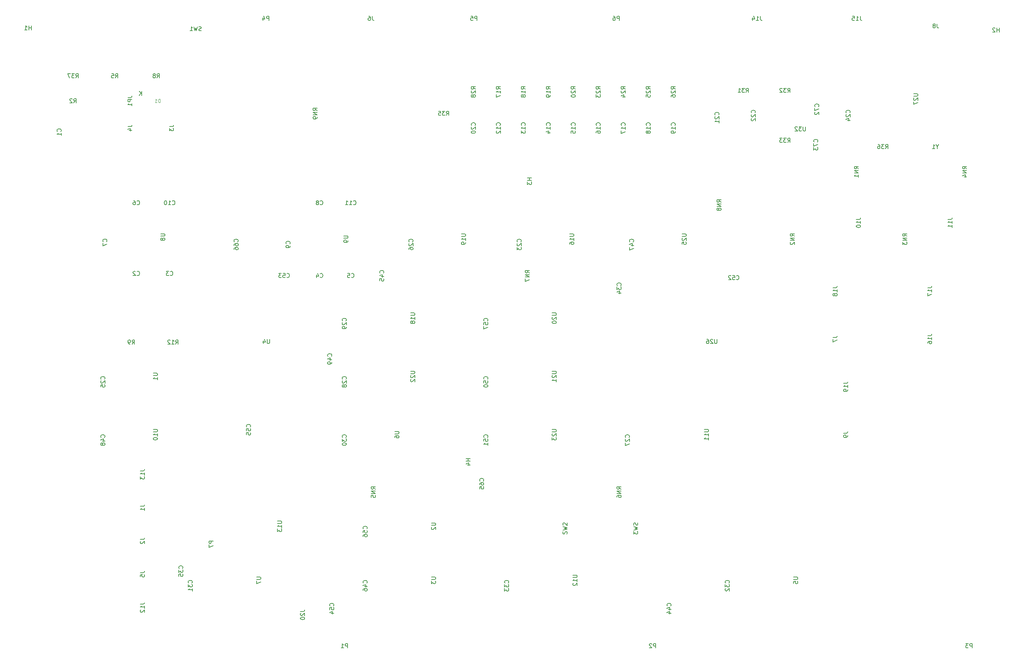
<source format=gbr>
%TF.GenerationSoftware,KiCad,Pcbnew,(6.0.11)*%
%TF.CreationDate,2023-09-02T05:53:18-04:00*%
%TF.ProjectId,input-output.Multi,696e7075-742d-46f7-9574-7075742e4d75,rev?*%
%TF.SameCoordinates,Original*%
%TF.FileFunction,Legend,Bot*%
%TF.FilePolarity,Positive*%
%FSLAX46Y46*%
G04 Gerber Fmt 4.6, Leading zero omitted, Abs format (unit mm)*
G04 Created by KiCad (PCBNEW (6.0.11)) date 2023-09-02 05:53:18*
%MOMM*%
%LPD*%
G01*
G04 APERTURE LIST*
%ADD10C,0.150000*%
%ADD11C,0.120000*%
G04 APERTURE END LIST*
D10*
%TO.C,C1*%
X43857142Y-102333333D02*
X43904761Y-102285714D01*
X43952380Y-102142857D01*
X43952380Y-102047619D01*
X43904761Y-101904761D01*
X43809523Y-101809523D01*
X43714285Y-101761904D01*
X43523809Y-101714285D01*
X43380952Y-101714285D01*
X43190476Y-101761904D01*
X43095238Y-101809523D01*
X43000000Y-101904761D01*
X42952380Y-102047619D01*
X42952380Y-102142857D01*
X43000000Y-102285714D01*
X43047619Y-102333333D01*
X43952380Y-103285714D02*
X43952380Y-102714285D01*
X43952380Y-103000000D02*
X42952380Y-103000000D01*
X43095238Y-102904761D01*
X43190476Y-102809523D01*
X43238095Y-102714285D01*
%TO.C,C21*%
X201857142Y-98357142D02*
X201904761Y-98309523D01*
X201952380Y-98166666D01*
X201952380Y-98071428D01*
X201904761Y-97928571D01*
X201809523Y-97833333D01*
X201714285Y-97785714D01*
X201523809Y-97738095D01*
X201380952Y-97738095D01*
X201190476Y-97785714D01*
X201095238Y-97833333D01*
X201000000Y-97928571D01*
X200952380Y-98071428D01*
X200952380Y-98166666D01*
X201000000Y-98309523D01*
X201047619Y-98357142D01*
X201047619Y-98738095D02*
X201000000Y-98785714D01*
X200952380Y-98880952D01*
X200952380Y-99119047D01*
X201000000Y-99214285D01*
X201047619Y-99261904D01*
X201142857Y-99309523D01*
X201238095Y-99309523D01*
X201380952Y-99261904D01*
X201952380Y-98690476D01*
X201952380Y-99309523D01*
X201952380Y-100261904D02*
X201952380Y-99690476D01*
X201952380Y-99976190D02*
X200952380Y-99976190D01*
X201095238Y-99880952D01*
X201190476Y-99785714D01*
X201238095Y-99690476D01*
%TO.C,C22*%
X210607142Y-97857142D02*
X210654761Y-97809523D01*
X210702380Y-97666666D01*
X210702380Y-97571428D01*
X210654761Y-97428571D01*
X210559523Y-97333333D01*
X210464285Y-97285714D01*
X210273809Y-97238095D01*
X210130952Y-97238095D01*
X209940476Y-97285714D01*
X209845238Y-97333333D01*
X209750000Y-97428571D01*
X209702380Y-97571428D01*
X209702380Y-97666666D01*
X209750000Y-97809523D01*
X209797619Y-97857142D01*
X209797619Y-98238095D02*
X209750000Y-98285714D01*
X209702380Y-98380952D01*
X209702380Y-98619047D01*
X209750000Y-98714285D01*
X209797619Y-98761904D01*
X209892857Y-98809523D01*
X209988095Y-98809523D01*
X210130952Y-98761904D01*
X210702380Y-98190476D01*
X210702380Y-98809523D01*
X209797619Y-99190476D02*
X209750000Y-99238095D01*
X209702380Y-99333333D01*
X209702380Y-99571428D01*
X209750000Y-99666666D01*
X209797619Y-99714285D01*
X209892857Y-99761904D01*
X209988095Y-99761904D01*
X210130952Y-99714285D01*
X210702380Y-99142857D01*
X210702380Y-99761904D01*
%TO.C,C23*%
X154357142Y-128857142D02*
X154404761Y-128809523D01*
X154452380Y-128666666D01*
X154452380Y-128571428D01*
X154404761Y-128428571D01*
X154309523Y-128333333D01*
X154214285Y-128285714D01*
X154023809Y-128238095D01*
X153880952Y-128238095D01*
X153690476Y-128285714D01*
X153595238Y-128333333D01*
X153500000Y-128428571D01*
X153452380Y-128571428D01*
X153452380Y-128666666D01*
X153500000Y-128809523D01*
X153547619Y-128857142D01*
X153547619Y-129238095D02*
X153500000Y-129285714D01*
X153452380Y-129380952D01*
X153452380Y-129619047D01*
X153500000Y-129714285D01*
X153547619Y-129761904D01*
X153642857Y-129809523D01*
X153738095Y-129809523D01*
X153880952Y-129761904D01*
X154452380Y-129190476D01*
X154452380Y-129809523D01*
X153452380Y-130142857D02*
X153452380Y-130761904D01*
X153833333Y-130428571D01*
X153833333Y-130571428D01*
X153880952Y-130666666D01*
X153928571Y-130714285D01*
X154023809Y-130761904D01*
X154261904Y-130761904D01*
X154357142Y-130714285D01*
X154404761Y-130666666D01*
X154452380Y-130571428D01*
X154452380Y-130285714D01*
X154404761Y-130190476D01*
X154357142Y-130142857D01*
%TO.C,C24*%
X233357142Y-97857142D02*
X233404761Y-97809523D01*
X233452380Y-97666666D01*
X233452380Y-97571428D01*
X233404761Y-97428571D01*
X233309523Y-97333333D01*
X233214285Y-97285714D01*
X233023809Y-97238095D01*
X232880952Y-97238095D01*
X232690476Y-97285714D01*
X232595238Y-97333333D01*
X232500000Y-97428571D01*
X232452380Y-97571428D01*
X232452380Y-97666666D01*
X232500000Y-97809523D01*
X232547619Y-97857142D01*
X232547619Y-98238095D02*
X232500000Y-98285714D01*
X232452380Y-98380952D01*
X232452380Y-98619047D01*
X232500000Y-98714285D01*
X232547619Y-98761904D01*
X232642857Y-98809523D01*
X232738095Y-98809523D01*
X232880952Y-98761904D01*
X233452380Y-98190476D01*
X233452380Y-98809523D01*
X232785714Y-99666666D02*
X233452380Y-99666666D01*
X232404761Y-99428571D02*
X233119047Y-99190476D01*
X233119047Y-99809523D01*
%TO.C,C25*%
X54357142Y-161857142D02*
X54404761Y-161809523D01*
X54452380Y-161666666D01*
X54452380Y-161571428D01*
X54404761Y-161428571D01*
X54309523Y-161333333D01*
X54214285Y-161285714D01*
X54023809Y-161238095D01*
X53880952Y-161238095D01*
X53690476Y-161285714D01*
X53595238Y-161333333D01*
X53500000Y-161428571D01*
X53452380Y-161571428D01*
X53452380Y-161666666D01*
X53500000Y-161809523D01*
X53547619Y-161857142D01*
X53547619Y-162238095D02*
X53500000Y-162285714D01*
X53452380Y-162380952D01*
X53452380Y-162619047D01*
X53500000Y-162714285D01*
X53547619Y-162761904D01*
X53642857Y-162809523D01*
X53738095Y-162809523D01*
X53880952Y-162761904D01*
X54452380Y-162190476D01*
X54452380Y-162809523D01*
X53452380Y-163714285D02*
X53452380Y-163238095D01*
X53928571Y-163190476D01*
X53880952Y-163238095D01*
X53833333Y-163333333D01*
X53833333Y-163571428D01*
X53880952Y-163666666D01*
X53928571Y-163714285D01*
X54023809Y-163761904D01*
X54261904Y-163761904D01*
X54357142Y-163714285D01*
X54404761Y-163666666D01*
X54452380Y-163571428D01*
X54452380Y-163333333D01*
X54404761Y-163238095D01*
X54357142Y-163190476D01*
%TO.C,C26*%
X128357142Y-128857142D02*
X128404761Y-128809523D01*
X128452380Y-128666666D01*
X128452380Y-128571428D01*
X128404761Y-128428571D01*
X128309523Y-128333333D01*
X128214285Y-128285714D01*
X128023809Y-128238095D01*
X127880952Y-128238095D01*
X127690476Y-128285714D01*
X127595238Y-128333333D01*
X127500000Y-128428571D01*
X127452380Y-128571428D01*
X127452380Y-128666666D01*
X127500000Y-128809523D01*
X127547619Y-128857142D01*
X127547619Y-129238095D02*
X127500000Y-129285714D01*
X127452380Y-129380952D01*
X127452380Y-129619047D01*
X127500000Y-129714285D01*
X127547619Y-129761904D01*
X127642857Y-129809523D01*
X127738095Y-129809523D01*
X127880952Y-129761904D01*
X128452380Y-129190476D01*
X128452380Y-129809523D01*
X127452380Y-130666666D02*
X127452380Y-130476190D01*
X127500000Y-130380952D01*
X127547619Y-130333333D01*
X127690476Y-130238095D01*
X127880952Y-130190476D01*
X128261904Y-130190476D01*
X128357142Y-130238095D01*
X128404761Y-130285714D01*
X128452380Y-130380952D01*
X128452380Y-130571428D01*
X128404761Y-130666666D01*
X128357142Y-130714285D01*
X128261904Y-130761904D01*
X128023809Y-130761904D01*
X127928571Y-130714285D01*
X127880952Y-130666666D01*
X127833333Y-130571428D01*
X127833333Y-130380952D01*
X127880952Y-130285714D01*
X127928571Y-130238095D01*
X128023809Y-130190476D01*
%TO.C,C27*%
X180357142Y-175857142D02*
X180404761Y-175809523D01*
X180452380Y-175666666D01*
X180452380Y-175571428D01*
X180404761Y-175428571D01*
X180309523Y-175333333D01*
X180214285Y-175285714D01*
X180023809Y-175238095D01*
X179880952Y-175238095D01*
X179690476Y-175285714D01*
X179595238Y-175333333D01*
X179500000Y-175428571D01*
X179452380Y-175571428D01*
X179452380Y-175666666D01*
X179500000Y-175809523D01*
X179547619Y-175857142D01*
X179547619Y-176238095D02*
X179500000Y-176285714D01*
X179452380Y-176380952D01*
X179452380Y-176619047D01*
X179500000Y-176714285D01*
X179547619Y-176761904D01*
X179642857Y-176809523D01*
X179738095Y-176809523D01*
X179880952Y-176761904D01*
X180452380Y-176190476D01*
X180452380Y-176809523D01*
X179452380Y-177142857D02*
X179452380Y-177809523D01*
X180452380Y-177380952D01*
%TO.C,C28*%
X112357142Y-161857142D02*
X112404761Y-161809523D01*
X112452380Y-161666666D01*
X112452380Y-161571428D01*
X112404761Y-161428571D01*
X112309523Y-161333333D01*
X112214285Y-161285714D01*
X112023809Y-161238095D01*
X111880952Y-161238095D01*
X111690476Y-161285714D01*
X111595238Y-161333333D01*
X111500000Y-161428571D01*
X111452380Y-161571428D01*
X111452380Y-161666666D01*
X111500000Y-161809523D01*
X111547619Y-161857142D01*
X111547619Y-162238095D02*
X111500000Y-162285714D01*
X111452380Y-162380952D01*
X111452380Y-162619047D01*
X111500000Y-162714285D01*
X111547619Y-162761904D01*
X111642857Y-162809523D01*
X111738095Y-162809523D01*
X111880952Y-162761904D01*
X112452380Y-162190476D01*
X112452380Y-162809523D01*
X111880952Y-163380952D02*
X111833333Y-163285714D01*
X111785714Y-163238095D01*
X111690476Y-163190476D01*
X111642857Y-163190476D01*
X111547619Y-163238095D01*
X111500000Y-163285714D01*
X111452380Y-163380952D01*
X111452380Y-163571428D01*
X111500000Y-163666666D01*
X111547619Y-163714285D01*
X111642857Y-163761904D01*
X111690476Y-163761904D01*
X111785714Y-163714285D01*
X111833333Y-163666666D01*
X111880952Y-163571428D01*
X111880952Y-163380952D01*
X111928571Y-163285714D01*
X111976190Y-163238095D01*
X112071428Y-163190476D01*
X112261904Y-163190476D01*
X112357142Y-163238095D01*
X112404761Y-163285714D01*
X112452380Y-163380952D01*
X112452380Y-163571428D01*
X112404761Y-163666666D01*
X112357142Y-163714285D01*
X112261904Y-163761904D01*
X112071428Y-163761904D01*
X111976190Y-163714285D01*
X111928571Y-163666666D01*
X111880952Y-163571428D01*
%TO.C,C29*%
X112357142Y-147857142D02*
X112404761Y-147809523D01*
X112452380Y-147666666D01*
X112452380Y-147571428D01*
X112404761Y-147428571D01*
X112309523Y-147333333D01*
X112214285Y-147285714D01*
X112023809Y-147238095D01*
X111880952Y-147238095D01*
X111690476Y-147285714D01*
X111595238Y-147333333D01*
X111500000Y-147428571D01*
X111452380Y-147571428D01*
X111452380Y-147666666D01*
X111500000Y-147809523D01*
X111547619Y-147857142D01*
X111547619Y-148238095D02*
X111500000Y-148285714D01*
X111452380Y-148380952D01*
X111452380Y-148619047D01*
X111500000Y-148714285D01*
X111547619Y-148761904D01*
X111642857Y-148809523D01*
X111738095Y-148809523D01*
X111880952Y-148761904D01*
X112452380Y-148190476D01*
X112452380Y-148809523D01*
X112452380Y-149285714D02*
X112452380Y-149476190D01*
X112404761Y-149571428D01*
X112357142Y-149619047D01*
X112214285Y-149714285D01*
X112023809Y-149761904D01*
X111642857Y-149761904D01*
X111547619Y-149714285D01*
X111500000Y-149666666D01*
X111452380Y-149571428D01*
X111452380Y-149380952D01*
X111500000Y-149285714D01*
X111547619Y-149238095D01*
X111642857Y-149190476D01*
X111880952Y-149190476D01*
X111976190Y-149238095D01*
X112023809Y-149285714D01*
X112071428Y-149380952D01*
X112071428Y-149571428D01*
X112023809Y-149666666D01*
X111976190Y-149714285D01*
X111880952Y-149761904D01*
%TO.C,C30*%
X112357142Y-175857142D02*
X112404761Y-175809523D01*
X112452380Y-175666666D01*
X112452380Y-175571428D01*
X112404761Y-175428571D01*
X112309523Y-175333333D01*
X112214285Y-175285714D01*
X112023809Y-175238095D01*
X111880952Y-175238095D01*
X111690476Y-175285714D01*
X111595238Y-175333333D01*
X111500000Y-175428571D01*
X111452380Y-175571428D01*
X111452380Y-175666666D01*
X111500000Y-175809523D01*
X111547619Y-175857142D01*
X111452380Y-176190476D02*
X111452380Y-176809523D01*
X111833333Y-176476190D01*
X111833333Y-176619047D01*
X111880952Y-176714285D01*
X111928571Y-176761904D01*
X112023809Y-176809523D01*
X112261904Y-176809523D01*
X112357142Y-176761904D01*
X112404761Y-176714285D01*
X112452380Y-176619047D01*
X112452380Y-176333333D01*
X112404761Y-176238095D01*
X112357142Y-176190476D01*
X111452380Y-177428571D02*
X111452380Y-177523809D01*
X111500000Y-177619047D01*
X111547619Y-177666666D01*
X111642857Y-177714285D01*
X111833333Y-177761904D01*
X112071428Y-177761904D01*
X112261904Y-177714285D01*
X112357142Y-177666666D01*
X112404761Y-177619047D01*
X112452380Y-177523809D01*
X112452380Y-177428571D01*
X112404761Y-177333333D01*
X112357142Y-177285714D01*
X112261904Y-177238095D01*
X112071428Y-177190476D01*
X111833333Y-177190476D01*
X111642857Y-177238095D01*
X111547619Y-177285714D01*
X111500000Y-177333333D01*
X111452380Y-177428571D01*
%TO.C,C32*%
X204357142Y-210857142D02*
X204404761Y-210809523D01*
X204452380Y-210666666D01*
X204452380Y-210571428D01*
X204404761Y-210428571D01*
X204309523Y-210333333D01*
X204214285Y-210285714D01*
X204023809Y-210238095D01*
X203880952Y-210238095D01*
X203690476Y-210285714D01*
X203595238Y-210333333D01*
X203500000Y-210428571D01*
X203452380Y-210571428D01*
X203452380Y-210666666D01*
X203500000Y-210809523D01*
X203547619Y-210857142D01*
X203452380Y-211190476D02*
X203452380Y-211809523D01*
X203833333Y-211476190D01*
X203833333Y-211619047D01*
X203880952Y-211714285D01*
X203928571Y-211761904D01*
X204023809Y-211809523D01*
X204261904Y-211809523D01*
X204357142Y-211761904D01*
X204404761Y-211714285D01*
X204452380Y-211619047D01*
X204452380Y-211333333D01*
X204404761Y-211238095D01*
X204357142Y-211190476D01*
X203547619Y-212190476D02*
X203500000Y-212238095D01*
X203452380Y-212333333D01*
X203452380Y-212571428D01*
X203500000Y-212666666D01*
X203547619Y-212714285D01*
X203642857Y-212761904D01*
X203738095Y-212761904D01*
X203880952Y-212714285D01*
X204452380Y-212142857D01*
X204452380Y-212761904D01*
%TO.C,C33*%
X151357142Y-210857142D02*
X151404761Y-210809523D01*
X151452380Y-210666666D01*
X151452380Y-210571428D01*
X151404761Y-210428571D01*
X151309523Y-210333333D01*
X151214285Y-210285714D01*
X151023809Y-210238095D01*
X150880952Y-210238095D01*
X150690476Y-210285714D01*
X150595238Y-210333333D01*
X150500000Y-210428571D01*
X150452380Y-210571428D01*
X150452380Y-210666666D01*
X150500000Y-210809523D01*
X150547619Y-210857142D01*
X150452380Y-211190476D02*
X150452380Y-211809523D01*
X150833333Y-211476190D01*
X150833333Y-211619047D01*
X150880952Y-211714285D01*
X150928571Y-211761904D01*
X151023809Y-211809523D01*
X151261904Y-211809523D01*
X151357142Y-211761904D01*
X151404761Y-211714285D01*
X151452380Y-211619047D01*
X151452380Y-211333333D01*
X151404761Y-211238095D01*
X151357142Y-211190476D01*
X150452380Y-212142857D02*
X150452380Y-212761904D01*
X150833333Y-212428571D01*
X150833333Y-212571428D01*
X150880952Y-212666666D01*
X150928571Y-212714285D01*
X151023809Y-212761904D01*
X151261904Y-212761904D01*
X151357142Y-212714285D01*
X151404761Y-212666666D01*
X151452380Y-212571428D01*
X151452380Y-212285714D01*
X151404761Y-212190476D01*
X151357142Y-212142857D01*
%TO.C,C34*%
X178357142Y-139357142D02*
X178404761Y-139309523D01*
X178452380Y-139166666D01*
X178452380Y-139071428D01*
X178404761Y-138928571D01*
X178309523Y-138833333D01*
X178214285Y-138785714D01*
X178023809Y-138738095D01*
X177880952Y-138738095D01*
X177690476Y-138785714D01*
X177595238Y-138833333D01*
X177500000Y-138928571D01*
X177452380Y-139071428D01*
X177452380Y-139166666D01*
X177500000Y-139309523D01*
X177547619Y-139357142D01*
X177452380Y-139690476D02*
X177452380Y-140309523D01*
X177833333Y-139976190D01*
X177833333Y-140119047D01*
X177880952Y-140214285D01*
X177928571Y-140261904D01*
X178023809Y-140309523D01*
X178261904Y-140309523D01*
X178357142Y-140261904D01*
X178404761Y-140214285D01*
X178452380Y-140119047D01*
X178452380Y-139833333D01*
X178404761Y-139738095D01*
X178357142Y-139690476D01*
X177785714Y-141166666D02*
X178452380Y-141166666D01*
X177404761Y-140928571D02*
X178119047Y-140690476D01*
X178119047Y-141309523D01*
%TO.C,C35*%
X73107142Y-207357142D02*
X73154761Y-207309523D01*
X73202380Y-207166666D01*
X73202380Y-207071428D01*
X73154761Y-206928571D01*
X73059523Y-206833333D01*
X72964285Y-206785714D01*
X72773809Y-206738095D01*
X72630952Y-206738095D01*
X72440476Y-206785714D01*
X72345238Y-206833333D01*
X72250000Y-206928571D01*
X72202380Y-207071428D01*
X72202380Y-207166666D01*
X72250000Y-207309523D01*
X72297619Y-207357142D01*
X72202380Y-207690476D02*
X72202380Y-208309523D01*
X72583333Y-207976190D01*
X72583333Y-208119047D01*
X72630952Y-208214285D01*
X72678571Y-208261904D01*
X72773809Y-208309523D01*
X73011904Y-208309523D01*
X73107142Y-208261904D01*
X73154761Y-208214285D01*
X73202380Y-208119047D01*
X73202380Y-207833333D01*
X73154761Y-207738095D01*
X73107142Y-207690476D01*
X72202380Y-209214285D02*
X72202380Y-208738095D01*
X72678571Y-208690476D01*
X72630952Y-208738095D01*
X72583333Y-208833333D01*
X72583333Y-209071428D01*
X72630952Y-209166666D01*
X72678571Y-209214285D01*
X72773809Y-209261904D01*
X73011904Y-209261904D01*
X73107142Y-209214285D01*
X73154761Y-209166666D01*
X73202380Y-209071428D01*
X73202380Y-208833333D01*
X73154761Y-208738095D01*
X73107142Y-208690476D01*
%TO.C,C45*%
X121357142Y-136357142D02*
X121404761Y-136309523D01*
X121452380Y-136166666D01*
X121452380Y-136071428D01*
X121404761Y-135928571D01*
X121309523Y-135833333D01*
X121214285Y-135785714D01*
X121023809Y-135738095D01*
X120880952Y-135738095D01*
X120690476Y-135785714D01*
X120595238Y-135833333D01*
X120500000Y-135928571D01*
X120452380Y-136071428D01*
X120452380Y-136166666D01*
X120500000Y-136309523D01*
X120547619Y-136357142D01*
X120785714Y-137214285D02*
X121452380Y-137214285D01*
X120404761Y-136976190D02*
X121119047Y-136738095D01*
X121119047Y-137357142D01*
X120452380Y-138214285D02*
X120452380Y-137738095D01*
X120928571Y-137690476D01*
X120880952Y-137738095D01*
X120833333Y-137833333D01*
X120833333Y-138071428D01*
X120880952Y-138166666D01*
X120928571Y-138214285D01*
X121023809Y-138261904D01*
X121261904Y-138261904D01*
X121357142Y-138214285D01*
X121404761Y-138166666D01*
X121452380Y-138071428D01*
X121452380Y-137833333D01*
X121404761Y-137738095D01*
X121357142Y-137690476D01*
%TO.C,C46*%
X117357142Y-210857142D02*
X117404761Y-210809523D01*
X117452380Y-210666666D01*
X117452380Y-210571428D01*
X117404761Y-210428571D01*
X117309523Y-210333333D01*
X117214285Y-210285714D01*
X117023809Y-210238095D01*
X116880952Y-210238095D01*
X116690476Y-210285714D01*
X116595238Y-210333333D01*
X116500000Y-210428571D01*
X116452380Y-210571428D01*
X116452380Y-210666666D01*
X116500000Y-210809523D01*
X116547619Y-210857142D01*
X116785714Y-211714285D02*
X117452380Y-211714285D01*
X116404761Y-211476190D02*
X117119047Y-211238095D01*
X117119047Y-211857142D01*
X116452380Y-212666666D02*
X116452380Y-212476190D01*
X116500000Y-212380952D01*
X116547619Y-212333333D01*
X116690476Y-212238095D01*
X116880952Y-212190476D01*
X117261904Y-212190476D01*
X117357142Y-212238095D01*
X117404761Y-212285714D01*
X117452380Y-212380952D01*
X117452380Y-212571428D01*
X117404761Y-212666666D01*
X117357142Y-212714285D01*
X117261904Y-212761904D01*
X117023809Y-212761904D01*
X116928571Y-212714285D01*
X116880952Y-212666666D01*
X116833333Y-212571428D01*
X116833333Y-212380952D01*
X116880952Y-212285714D01*
X116928571Y-212238095D01*
X117023809Y-212190476D01*
%TO.C,C47*%
X181357142Y-128857142D02*
X181404761Y-128809523D01*
X181452380Y-128666666D01*
X181452380Y-128571428D01*
X181404761Y-128428571D01*
X181309523Y-128333333D01*
X181214285Y-128285714D01*
X181023809Y-128238095D01*
X180880952Y-128238095D01*
X180690476Y-128285714D01*
X180595238Y-128333333D01*
X180500000Y-128428571D01*
X180452380Y-128571428D01*
X180452380Y-128666666D01*
X180500000Y-128809523D01*
X180547619Y-128857142D01*
X180785714Y-129714285D02*
X181452380Y-129714285D01*
X180404761Y-129476190D02*
X181119047Y-129238095D01*
X181119047Y-129857142D01*
X180452380Y-130142857D02*
X180452380Y-130809523D01*
X181452380Y-130380952D01*
%TO.C,C48*%
X54357142Y-175857142D02*
X54404761Y-175809523D01*
X54452380Y-175666666D01*
X54452380Y-175571428D01*
X54404761Y-175428571D01*
X54309523Y-175333333D01*
X54214285Y-175285714D01*
X54023809Y-175238095D01*
X53880952Y-175238095D01*
X53690476Y-175285714D01*
X53595238Y-175333333D01*
X53500000Y-175428571D01*
X53452380Y-175571428D01*
X53452380Y-175666666D01*
X53500000Y-175809523D01*
X53547619Y-175857142D01*
X53785714Y-176714285D02*
X54452380Y-176714285D01*
X53404761Y-176476190D02*
X54119047Y-176238095D01*
X54119047Y-176857142D01*
X53880952Y-177380952D02*
X53833333Y-177285714D01*
X53785714Y-177238095D01*
X53690476Y-177190476D01*
X53642857Y-177190476D01*
X53547619Y-177238095D01*
X53500000Y-177285714D01*
X53452380Y-177380952D01*
X53452380Y-177571428D01*
X53500000Y-177666666D01*
X53547619Y-177714285D01*
X53642857Y-177761904D01*
X53690476Y-177761904D01*
X53785714Y-177714285D01*
X53833333Y-177666666D01*
X53880952Y-177571428D01*
X53880952Y-177380952D01*
X53928571Y-177285714D01*
X53976190Y-177238095D01*
X54071428Y-177190476D01*
X54261904Y-177190476D01*
X54357142Y-177238095D01*
X54404761Y-177285714D01*
X54452380Y-177380952D01*
X54452380Y-177571428D01*
X54404761Y-177666666D01*
X54357142Y-177714285D01*
X54261904Y-177761904D01*
X54071428Y-177761904D01*
X53976190Y-177714285D01*
X53928571Y-177666666D01*
X53880952Y-177571428D01*
%TO.C,C49*%
X108857142Y-156357142D02*
X108904761Y-156309523D01*
X108952380Y-156166666D01*
X108952380Y-156071428D01*
X108904761Y-155928571D01*
X108809523Y-155833333D01*
X108714285Y-155785714D01*
X108523809Y-155738095D01*
X108380952Y-155738095D01*
X108190476Y-155785714D01*
X108095238Y-155833333D01*
X108000000Y-155928571D01*
X107952380Y-156071428D01*
X107952380Y-156166666D01*
X108000000Y-156309523D01*
X108047619Y-156357142D01*
X108285714Y-157214285D02*
X108952380Y-157214285D01*
X107904761Y-156976190D02*
X108619047Y-156738095D01*
X108619047Y-157357142D01*
X108952380Y-157785714D02*
X108952380Y-157976190D01*
X108904761Y-158071428D01*
X108857142Y-158119047D01*
X108714285Y-158214285D01*
X108523809Y-158261904D01*
X108142857Y-158261904D01*
X108047619Y-158214285D01*
X108000000Y-158166666D01*
X107952380Y-158071428D01*
X107952380Y-157880952D01*
X108000000Y-157785714D01*
X108047619Y-157738095D01*
X108142857Y-157690476D01*
X108380952Y-157690476D01*
X108476190Y-157738095D01*
X108523809Y-157785714D01*
X108571428Y-157880952D01*
X108571428Y-158071428D01*
X108523809Y-158166666D01*
X108476190Y-158214285D01*
X108380952Y-158261904D01*
%TO.C,C53*%
X98142857Y-137357142D02*
X98190476Y-137404761D01*
X98333333Y-137452380D01*
X98428571Y-137452380D01*
X98571428Y-137404761D01*
X98666666Y-137309523D01*
X98714285Y-137214285D01*
X98761904Y-137023809D01*
X98761904Y-136880952D01*
X98714285Y-136690476D01*
X98666666Y-136595238D01*
X98571428Y-136500000D01*
X98428571Y-136452380D01*
X98333333Y-136452380D01*
X98190476Y-136500000D01*
X98142857Y-136547619D01*
X97238095Y-136452380D02*
X97714285Y-136452380D01*
X97761904Y-136928571D01*
X97714285Y-136880952D01*
X97619047Y-136833333D01*
X97380952Y-136833333D01*
X97285714Y-136880952D01*
X97238095Y-136928571D01*
X97190476Y-137023809D01*
X97190476Y-137261904D01*
X97238095Y-137357142D01*
X97285714Y-137404761D01*
X97380952Y-137452380D01*
X97619047Y-137452380D01*
X97714285Y-137404761D01*
X97761904Y-137357142D01*
X96857142Y-136452380D02*
X96238095Y-136452380D01*
X96571428Y-136833333D01*
X96428571Y-136833333D01*
X96333333Y-136880952D01*
X96285714Y-136928571D01*
X96238095Y-137023809D01*
X96238095Y-137261904D01*
X96285714Y-137357142D01*
X96333333Y-137404761D01*
X96428571Y-137452380D01*
X96714285Y-137452380D01*
X96809523Y-137404761D01*
X96857142Y-137357142D01*
%TO.C,C54*%
X109357142Y-216357142D02*
X109404761Y-216309523D01*
X109452380Y-216166666D01*
X109452380Y-216071428D01*
X109404761Y-215928571D01*
X109309523Y-215833333D01*
X109214285Y-215785714D01*
X109023809Y-215738095D01*
X108880952Y-215738095D01*
X108690476Y-215785714D01*
X108595238Y-215833333D01*
X108500000Y-215928571D01*
X108452380Y-216071428D01*
X108452380Y-216166666D01*
X108500000Y-216309523D01*
X108547619Y-216357142D01*
X108452380Y-217261904D02*
X108452380Y-216785714D01*
X108928571Y-216738095D01*
X108880952Y-216785714D01*
X108833333Y-216880952D01*
X108833333Y-217119047D01*
X108880952Y-217214285D01*
X108928571Y-217261904D01*
X109023809Y-217309523D01*
X109261904Y-217309523D01*
X109357142Y-217261904D01*
X109404761Y-217214285D01*
X109452380Y-217119047D01*
X109452380Y-216880952D01*
X109404761Y-216785714D01*
X109357142Y-216738095D01*
X108785714Y-218166666D02*
X109452380Y-218166666D01*
X108404761Y-217928571D02*
X109119047Y-217690476D01*
X109119047Y-218309523D01*
%TO.C,C55*%
X89357142Y-173357142D02*
X89404761Y-173309523D01*
X89452380Y-173166666D01*
X89452380Y-173071428D01*
X89404761Y-172928571D01*
X89309523Y-172833333D01*
X89214285Y-172785714D01*
X89023809Y-172738095D01*
X88880952Y-172738095D01*
X88690476Y-172785714D01*
X88595238Y-172833333D01*
X88500000Y-172928571D01*
X88452380Y-173071428D01*
X88452380Y-173166666D01*
X88500000Y-173309523D01*
X88547619Y-173357142D01*
X88452380Y-174261904D02*
X88452380Y-173785714D01*
X88928571Y-173738095D01*
X88880952Y-173785714D01*
X88833333Y-173880952D01*
X88833333Y-174119047D01*
X88880952Y-174214285D01*
X88928571Y-174261904D01*
X89023809Y-174309523D01*
X89261904Y-174309523D01*
X89357142Y-174261904D01*
X89404761Y-174214285D01*
X89452380Y-174119047D01*
X89452380Y-173880952D01*
X89404761Y-173785714D01*
X89357142Y-173738095D01*
X88452380Y-175214285D02*
X88452380Y-174738095D01*
X88928571Y-174690476D01*
X88880952Y-174738095D01*
X88833333Y-174833333D01*
X88833333Y-175071428D01*
X88880952Y-175166666D01*
X88928571Y-175214285D01*
X89023809Y-175261904D01*
X89261904Y-175261904D01*
X89357142Y-175214285D01*
X89404761Y-175166666D01*
X89452380Y-175071428D01*
X89452380Y-174833333D01*
X89404761Y-174738095D01*
X89357142Y-174690476D01*
%TO.C,C56*%
X117357142Y-197857142D02*
X117404761Y-197809523D01*
X117452380Y-197666666D01*
X117452380Y-197571428D01*
X117404761Y-197428571D01*
X117309523Y-197333333D01*
X117214285Y-197285714D01*
X117023809Y-197238095D01*
X116880952Y-197238095D01*
X116690476Y-197285714D01*
X116595238Y-197333333D01*
X116500000Y-197428571D01*
X116452380Y-197571428D01*
X116452380Y-197666666D01*
X116500000Y-197809523D01*
X116547619Y-197857142D01*
X116452380Y-198761904D02*
X116452380Y-198285714D01*
X116928571Y-198238095D01*
X116880952Y-198285714D01*
X116833333Y-198380952D01*
X116833333Y-198619047D01*
X116880952Y-198714285D01*
X116928571Y-198761904D01*
X117023809Y-198809523D01*
X117261904Y-198809523D01*
X117357142Y-198761904D01*
X117404761Y-198714285D01*
X117452380Y-198619047D01*
X117452380Y-198380952D01*
X117404761Y-198285714D01*
X117357142Y-198238095D01*
X116452380Y-199666666D02*
X116452380Y-199476190D01*
X116500000Y-199380952D01*
X116547619Y-199333333D01*
X116690476Y-199238095D01*
X116880952Y-199190476D01*
X117261904Y-199190476D01*
X117357142Y-199238095D01*
X117404761Y-199285714D01*
X117452380Y-199380952D01*
X117452380Y-199571428D01*
X117404761Y-199666666D01*
X117357142Y-199714285D01*
X117261904Y-199761904D01*
X117023809Y-199761904D01*
X116928571Y-199714285D01*
X116880952Y-199666666D01*
X116833333Y-199571428D01*
X116833333Y-199380952D01*
X116880952Y-199285714D01*
X116928571Y-199238095D01*
X117023809Y-199190476D01*
%TO.C,C57*%
X146357142Y-147857142D02*
X146404761Y-147809523D01*
X146452380Y-147666666D01*
X146452380Y-147571428D01*
X146404761Y-147428571D01*
X146309523Y-147333333D01*
X146214285Y-147285714D01*
X146023809Y-147238095D01*
X145880952Y-147238095D01*
X145690476Y-147285714D01*
X145595238Y-147333333D01*
X145500000Y-147428571D01*
X145452380Y-147571428D01*
X145452380Y-147666666D01*
X145500000Y-147809523D01*
X145547619Y-147857142D01*
X145452380Y-148761904D02*
X145452380Y-148285714D01*
X145928571Y-148238095D01*
X145880952Y-148285714D01*
X145833333Y-148380952D01*
X145833333Y-148619047D01*
X145880952Y-148714285D01*
X145928571Y-148761904D01*
X146023809Y-148809523D01*
X146261904Y-148809523D01*
X146357142Y-148761904D01*
X146404761Y-148714285D01*
X146452380Y-148619047D01*
X146452380Y-148380952D01*
X146404761Y-148285714D01*
X146357142Y-148238095D01*
X145452380Y-149142857D02*
X145452380Y-149809523D01*
X146452380Y-149380952D01*
%TO.C,C65*%
X145357142Y-186357142D02*
X145404761Y-186309523D01*
X145452380Y-186166666D01*
X145452380Y-186071428D01*
X145404761Y-185928571D01*
X145309523Y-185833333D01*
X145214285Y-185785714D01*
X145023809Y-185738095D01*
X144880952Y-185738095D01*
X144690476Y-185785714D01*
X144595238Y-185833333D01*
X144500000Y-185928571D01*
X144452380Y-186071428D01*
X144452380Y-186166666D01*
X144500000Y-186309523D01*
X144547619Y-186357142D01*
X144452380Y-187214285D02*
X144452380Y-187023809D01*
X144500000Y-186928571D01*
X144547619Y-186880952D01*
X144690476Y-186785714D01*
X144880952Y-186738095D01*
X145261904Y-186738095D01*
X145357142Y-186785714D01*
X145404761Y-186833333D01*
X145452380Y-186928571D01*
X145452380Y-187119047D01*
X145404761Y-187214285D01*
X145357142Y-187261904D01*
X145261904Y-187309523D01*
X145023809Y-187309523D01*
X144928571Y-187261904D01*
X144880952Y-187214285D01*
X144833333Y-187119047D01*
X144833333Y-186928571D01*
X144880952Y-186833333D01*
X144928571Y-186785714D01*
X145023809Y-186738095D01*
X144452380Y-188214285D02*
X144452380Y-187738095D01*
X144928571Y-187690476D01*
X144880952Y-187738095D01*
X144833333Y-187833333D01*
X144833333Y-188071428D01*
X144880952Y-188166666D01*
X144928571Y-188214285D01*
X145023809Y-188261904D01*
X145261904Y-188261904D01*
X145357142Y-188214285D01*
X145404761Y-188166666D01*
X145452380Y-188071428D01*
X145452380Y-187833333D01*
X145404761Y-187738095D01*
X145357142Y-187690476D01*
%TO.C,C66*%
X86357142Y-128857142D02*
X86404761Y-128809523D01*
X86452380Y-128666666D01*
X86452380Y-128571428D01*
X86404761Y-128428571D01*
X86309523Y-128333333D01*
X86214285Y-128285714D01*
X86023809Y-128238095D01*
X85880952Y-128238095D01*
X85690476Y-128285714D01*
X85595238Y-128333333D01*
X85500000Y-128428571D01*
X85452380Y-128571428D01*
X85452380Y-128666666D01*
X85500000Y-128809523D01*
X85547619Y-128857142D01*
X85452380Y-129714285D02*
X85452380Y-129523809D01*
X85500000Y-129428571D01*
X85547619Y-129380952D01*
X85690476Y-129285714D01*
X85880952Y-129238095D01*
X86261904Y-129238095D01*
X86357142Y-129285714D01*
X86404761Y-129333333D01*
X86452380Y-129428571D01*
X86452380Y-129619047D01*
X86404761Y-129714285D01*
X86357142Y-129761904D01*
X86261904Y-129809523D01*
X86023809Y-129809523D01*
X85928571Y-129761904D01*
X85880952Y-129714285D01*
X85833333Y-129619047D01*
X85833333Y-129428571D01*
X85880952Y-129333333D01*
X85928571Y-129285714D01*
X86023809Y-129238095D01*
X85452380Y-130666666D02*
X85452380Y-130476190D01*
X85500000Y-130380952D01*
X85547619Y-130333333D01*
X85690476Y-130238095D01*
X85880952Y-130190476D01*
X86261904Y-130190476D01*
X86357142Y-130238095D01*
X86404761Y-130285714D01*
X86452380Y-130380952D01*
X86452380Y-130571428D01*
X86404761Y-130666666D01*
X86357142Y-130714285D01*
X86261904Y-130761904D01*
X86023809Y-130761904D01*
X85928571Y-130714285D01*
X85880952Y-130666666D01*
X85833333Y-130571428D01*
X85833333Y-130380952D01*
X85880952Y-130285714D01*
X85928571Y-130238095D01*
X86023809Y-130190476D01*
%TO.C,C72*%
X225857142Y-96357142D02*
X225904761Y-96309523D01*
X225952380Y-96166666D01*
X225952380Y-96071428D01*
X225904761Y-95928571D01*
X225809523Y-95833333D01*
X225714285Y-95785714D01*
X225523809Y-95738095D01*
X225380952Y-95738095D01*
X225190476Y-95785714D01*
X225095238Y-95833333D01*
X225000000Y-95928571D01*
X224952380Y-96071428D01*
X224952380Y-96166666D01*
X225000000Y-96309523D01*
X225047619Y-96357142D01*
X224952380Y-96690476D02*
X224952380Y-97357142D01*
X225952380Y-96928571D01*
X225047619Y-97690476D02*
X225000000Y-97738095D01*
X224952380Y-97833333D01*
X224952380Y-98071428D01*
X225000000Y-98166666D01*
X225047619Y-98214285D01*
X225142857Y-98261904D01*
X225238095Y-98261904D01*
X225380952Y-98214285D01*
X225952380Y-97642857D01*
X225952380Y-98261904D01*
%TO.C,C73*%
X225607142Y-104857142D02*
X225654761Y-104809523D01*
X225702380Y-104666666D01*
X225702380Y-104571428D01*
X225654761Y-104428571D01*
X225559523Y-104333333D01*
X225464285Y-104285714D01*
X225273809Y-104238095D01*
X225130952Y-104238095D01*
X224940476Y-104285714D01*
X224845238Y-104333333D01*
X224750000Y-104428571D01*
X224702380Y-104571428D01*
X224702380Y-104666666D01*
X224750000Y-104809523D01*
X224797619Y-104857142D01*
X224702380Y-105190476D02*
X224702380Y-105857142D01*
X225702380Y-105428571D01*
X224702380Y-106142857D02*
X224702380Y-106761904D01*
X225083333Y-106428571D01*
X225083333Y-106571428D01*
X225130952Y-106666666D01*
X225178571Y-106714285D01*
X225273809Y-106761904D01*
X225511904Y-106761904D01*
X225607142Y-106714285D01*
X225654761Y-106666666D01*
X225702380Y-106571428D01*
X225702380Y-106285714D01*
X225654761Y-106190476D01*
X225607142Y-106142857D01*
%TO.C,D1*%
X63261904Y-93652380D02*
X63261904Y-92652380D01*
X62690476Y-93652380D02*
X63119047Y-93080952D01*
X62690476Y-92652380D02*
X63261904Y-93223809D01*
D11*
X67700476Y-95361904D02*
X67700476Y-94561904D01*
X67510000Y-94561904D01*
X67395714Y-94600000D01*
X67319523Y-94676190D01*
X67281428Y-94752380D01*
X67243333Y-94904761D01*
X67243333Y-95019047D01*
X67281428Y-95171428D01*
X67319523Y-95247619D01*
X67395714Y-95323809D01*
X67510000Y-95361904D01*
X67700476Y-95361904D01*
X66481428Y-95361904D02*
X66938571Y-95361904D01*
X66710000Y-95361904D02*
X66710000Y-94561904D01*
X66786190Y-94676190D01*
X66862380Y-94752380D01*
X66938571Y-94790476D01*
D10*
%TO.C,H2*%
X269261904Y-78452380D02*
X269261904Y-77452380D01*
X269261904Y-77928571D02*
X268690476Y-77928571D01*
X268690476Y-78452380D02*
X268690476Y-77452380D01*
X268261904Y-77547619D02*
X268214285Y-77500000D01*
X268119047Y-77452380D01*
X267880952Y-77452380D01*
X267785714Y-77500000D01*
X267738095Y-77547619D01*
X267690476Y-77642857D01*
X267690476Y-77738095D01*
X267738095Y-77880952D01*
X268309523Y-78452380D01*
X267690476Y-78452380D01*
%TO.C,J3*%
X69952380Y-101166666D02*
X70666666Y-101166666D01*
X70809523Y-101119047D01*
X70904761Y-101023809D01*
X70952380Y-100880952D01*
X70952380Y-100785714D01*
X69952380Y-101547619D02*
X69952380Y-102166666D01*
X70333333Y-101833333D01*
X70333333Y-101976190D01*
X70380952Y-102071428D01*
X70428571Y-102119047D01*
X70523809Y-102166666D01*
X70761904Y-102166666D01*
X70857142Y-102119047D01*
X70904761Y-102071428D01*
X70952380Y-101976190D01*
X70952380Y-101690476D01*
X70904761Y-101595238D01*
X70857142Y-101547619D01*
%TO.C,J6*%
X118683333Y-74622380D02*
X118683333Y-75336666D01*
X118730952Y-75479523D01*
X118826190Y-75574761D01*
X118969047Y-75622380D01*
X119064285Y-75622380D01*
X117778571Y-74622380D02*
X117969047Y-74622380D01*
X118064285Y-74670000D01*
X118111904Y-74717619D01*
X118207142Y-74860476D01*
X118254761Y-75050952D01*
X118254761Y-75431904D01*
X118207142Y-75527142D01*
X118159523Y-75574761D01*
X118064285Y-75622380D01*
X117873809Y-75622380D01*
X117778571Y-75574761D01*
X117730952Y-75527142D01*
X117683333Y-75431904D01*
X117683333Y-75193809D01*
X117730952Y-75098571D01*
X117778571Y-75050952D01*
X117873809Y-75003333D01*
X118064285Y-75003333D01*
X118159523Y-75050952D01*
X118207142Y-75098571D01*
X118254761Y-75193809D01*
%TO.C,J11*%
X256952380Y-123440476D02*
X257666666Y-123440476D01*
X257809523Y-123392857D01*
X257904761Y-123297619D01*
X257952380Y-123154761D01*
X257952380Y-123059523D01*
X257952380Y-124440476D02*
X257952380Y-123869047D01*
X257952380Y-124154761D02*
X256952380Y-124154761D01*
X257095238Y-124059523D01*
X257190476Y-123964285D01*
X257238095Y-123869047D01*
X257952380Y-125392857D02*
X257952380Y-124821428D01*
X257952380Y-125107142D02*
X256952380Y-125107142D01*
X257095238Y-125011904D01*
X257190476Y-124916666D01*
X257238095Y-124821428D01*
%TO.C,JP1*%
X59952380Y-94166666D02*
X60666666Y-94166666D01*
X60809523Y-94119047D01*
X60904761Y-94023809D01*
X60952380Y-93880952D01*
X60952380Y-93785714D01*
X60952380Y-94642857D02*
X59952380Y-94642857D01*
X59952380Y-95023809D01*
X60000000Y-95119047D01*
X60047619Y-95166666D01*
X60142857Y-95214285D01*
X60285714Y-95214285D01*
X60380952Y-95166666D01*
X60428571Y-95119047D01*
X60476190Y-95023809D01*
X60476190Y-94642857D01*
X60952380Y-96166666D02*
X60952380Y-95595238D01*
X60952380Y-95880952D02*
X59952380Y-95880952D01*
X60095238Y-95785714D01*
X60190476Y-95690476D01*
X60238095Y-95595238D01*
%TO.C,P4*%
X93818095Y-75622380D02*
X93818095Y-74622380D01*
X93437142Y-74622380D01*
X93341904Y-74670000D01*
X93294285Y-74717619D01*
X93246666Y-74812857D01*
X93246666Y-74955714D01*
X93294285Y-75050952D01*
X93341904Y-75098571D01*
X93437142Y-75146190D01*
X93818095Y-75146190D01*
X92389523Y-74955714D02*
X92389523Y-75622380D01*
X92627619Y-74574761D02*
X92865714Y-75289047D01*
X92246666Y-75289047D01*
%TO.C,P5*%
X143818095Y-75622380D02*
X143818095Y-74622380D01*
X143437142Y-74622380D01*
X143341904Y-74670000D01*
X143294285Y-74717619D01*
X143246666Y-74812857D01*
X143246666Y-74955714D01*
X143294285Y-75050952D01*
X143341904Y-75098571D01*
X143437142Y-75146190D01*
X143818095Y-75146190D01*
X142341904Y-74622380D02*
X142818095Y-74622380D01*
X142865714Y-75098571D01*
X142818095Y-75050952D01*
X142722857Y-75003333D01*
X142484761Y-75003333D01*
X142389523Y-75050952D01*
X142341904Y-75098571D01*
X142294285Y-75193809D01*
X142294285Y-75431904D01*
X142341904Y-75527142D01*
X142389523Y-75574761D01*
X142484761Y-75622380D01*
X142722857Y-75622380D01*
X142818095Y-75574761D01*
X142865714Y-75527142D01*
%TO.C,R2*%
X46976666Y-95452380D02*
X47310000Y-94976190D01*
X47548095Y-95452380D02*
X47548095Y-94452380D01*
X47167142Y-94452380D01*
X47071904Y-94500000D01*
X47024285Y-94547619D01*
X46976666Y-94642857D01*
X46976666Y-94785714D01*
X47024285Y-94880952D01*
X47071904Y-94928571D01*
X47167142Y-94976190D01*
X47548095Y-94976190D01*
X46595714Y-94547619D02*
X46548095Y-94500000D01*
X46452857Y-94452380D01*
X46214761Y-94452380D01*
X46119523Y-94500000D01*
X46071904Y-94547619D01*
X46024285Y-94642857D01*
X46024285Y-94738095D01*
X46071904Y-94880952D01*
X46643333Y-95452380D01*
X46024285Y-95452380D01*
%TO.C,R5*%
X56976666Y-89452380D02*
X57310000Y-88976190D01*
X57548095Y-89452380D02*
X57548095Y-88452380D01*
X57167142Y-88452380D01*
X57071904Y-88500000D01*
X57024285Y-88547619D01*
X56976666Y-88642857D01*
X56976666Y-88785714D01*
X57024285Y-88880952D01*
X57071904Y-88928571D01*
X57167142Y-88976190D01*
X57548095Y-88976190D01*
X56071904Y-88452380D02*
X56548095Y-88452380D01*
X56595714Y-88928571D01*
X56548095Y-88880952D01*
X56452857Y-88833333D01*
X56214761Y-88833333D01*
X56119523Y-88880952D01*
X56071904Y-88928571D01*
X56024285Y-89023809D01*
X56024285Y-89261904D01*
X56071904Y-89357142D01*
X56119523Y-89404761D01*
X56214761Y-89452380D01*
X56452857Y-89452380D01*
X56548095Y-89404761D01*
X56595714Y-89357142D01*
%TO.C,R8*%
X66976666Y-89452380D02*
X67310000Y-88976190D01*
X67548095Y-89452380D02*
X67548095Y-88452380D01*
X67167142Y-88452380D01*
X67071904Y-88500000D01*
X67024285Y-88547619D01*
X66976666Y-88642857D01*
X66976666Y-88785714D01*
X67024285Y-88880952D01*
X67071904Y-88928571D01*
X67167142Y-88976190D01*
X67548095Y-88976190D01*
X66405238Y-88880952D02*
X66500476Y-88833333D01*
X66548095Y-88785714D01*
X66595714Y-88690476D01*
X66595714Y-88642857D01*
X66548095Y-88547619D01*
X66500476Y-88500000D01*
X66405238Y-88452380D01*
X66214761Y-88452380D01*
X66119523Y-88500000D01*
X66071904Y-88547619D01*
X66024285Y-88642857D01*
X66024285Y-88690476D01*
X66071904Y-88785714D01*
X66119523Y-88833333D01*
X66214761Y-88880952D01*
X66405238Y-88880952D01*
X66500476Y-88928571D01*
X66548095Y-88976190D01*
X66595714Y-89071428D01*
X66595714Y-89261904D01*
X66548095Y-89357142D01*
X66500476Y-89404761D01*
X66405238Y-89452380D01*
X66214761Y-89452380D01*
X66119523Y-89404761D01*
X66071904Y-89357142D01*
X66024285Y-89261904D01*
X66024285Y-89071428D01*
X66071904Y-88976190D01*
X66119523Y-88928571D01*
X66214761Y-88880952D01*
%TO.C,R9*%
X60976666Y-153452380D02*
X61310000Y-152976190D01*
X61548095Y-153452380D02*
X61548095Y-152452380D01*
X61167142Y-152452380D01*
X61071904Y-152500000D01*
X61024285Y-152547619D01*
X60976666Y-152642857D01*
X60976666Y-152785714D01*
X61024285Y-152880952D01*
X61071904Y-152928571D01*
X61167142Y-152976190D01*
X61548095Y-152976190D01*
X60500476Y-153452380D02*
X60310000Y-153452380D01*
X60214761Y-153404761D01*
X60167142Y-153357142D01*
X60071904Y-153214285D01*
X60024285Y-153023809D01*
X60024285Y-152642857D01*
X60071904Y-152547619D01*
X60119523Y-152500000D01*
X60214761Y-152452380D01*
X60405238Y-152452380D01*
X60500476Y-152500000D01*
X60548095Y-152547619D01*
X60595714Y-152642857D01*
X60595714Y-152880952D01*
X60548095Y-152976190D01*
X60500476Y-153023809D01*
X60405238Y-153071428D01*
X60214761Y-153071428D01*
X60119523Y-153023809D01*
X60071904Y-152976190D01*
X60024285Y-152880952D01*
%TO.C,R12*%
X71452857Y-153452380D02*
X71786190Y-152976190D01*
X72024285Y-153452380D02*
X72024285Y-152452380D01*
X71643333Y-152452380D01*
X71548095Y-152500000D01*
X71500476Y-152547619D01*
X71452857Y-152642857D01*
X71452857Y-152785714D01*
X71500476Y-152880952D01*
X71548095Y-152928571D01*
X71643333Y-152976190D01*
X72024285Y-152976190D01*
X70500476Y-153452380D02*
X71071904Y-153452380D01*
X70786190Y-153452380D02*
X70786190Y-152452380D01*
X70881428Y-152595238D01*
X70976666Y-152690476D01*
X71071904Y-152738095D01*
X70119523Y-152547619D02*
X70071904Y-152500000D01*
X69976666Y-152452380D01*
X69738571Y-152452380D01*
X69643333Y-152500000D01*
X69595714Y-152547619D01*
X69548095Y-152642857D01*
X69548095Y-152738095D01*
X69595714Y-152880952D01*
X70167142Y-153452380D01*
X69548095Y-153452380D01*
%TO.C,R26*%
X191452380Y-92167142D02*
X190976190Y-91833809D01*
X191452380Y-91595714D02*
X190452380Y-91595714D01*
X190452380Y-91976666D01*
X190500000Y-92071904D01*
X190547619Y-92119523D01*
X190642857Y-92167142D01*
X190785714Y-92167142D01*
X190880952Y-92119523D01*
X190928571Y-92071904D01*
X190976190Y-91976666D01*
X190976190Y-91595714D01*
X190547619Y-92548095D02*
X190500000Y-92595714D01*
X190452380Y-92690952D01*
X190452380Y-92929047D01*
X190500000Y-93024285D01*
X190547619Y-93071904D01*
X190642857Y-93119523D01*
X190738095Y-93119523D01*
X190880952Y-93071904D01*
X191452380Y-92500476D01*
X191452380Y-93119523D01*
X190452380Y-93976666D02*
X190452380Y-93786190D01*
X190500000Y-93690952D01*
X190547619Y-93643333D01*
X190690476Y-93548095D01*
X190880952Y-93500476D01*
X191261904Y-93500476D01*
X191357142Y-93548095D01*
X191404761Y-93595714D01*
X191452380Y-93690952D01*
X191452380Y-93881428D01*
X191404761Y-93976666D01*
X191357142Y-94024285D01*
X191261904Y-94071904D01*
X191023809Y-94071904D01*
X190928571Y-94024285D01*
X190880952Y-93976666D01*
X190833333Y-93881428D01*
X190833333Y-93690952D01*
X190880952Y-93595714D01*
X190928571Y-93548095D01*
X191023809Y-93500476D01*
%TO.C,R31*%
X208452857Y-92952380D02*
X208786190Y-92476190D01*
X209024285Y-92952380D02*
X209024285Y-91952380D01*
X208643333Y-91952380D01*
X208548095Y-92000000D01*
X208500476Y-92047619D01*
X208452857Y-92142857D01*
X208452857Y-92285714D01*
X208500476Y-92380952D01*
X208548095Y-92428571D01*
X208643333Y-92476190D01*
X209024285Y-92476190D01*
X208119523Y-91952380D02*
X207500476Y-91952380D01*
X207833809Y-92333333D01*
X207690952Y-92333333D01*
X207595714Y-92380952D01*
X207548095Y-92428571D01*
X207500476Y-92523809D01*
X207500476Y-92761904D01*
X207548095Y-92857142D01*
X207595714Y-92904761D01*
X207690952Y-92952380D01*
X207976666Y-92952380D01*
X208071904Y-92904761D01*
X208119523Y-92857142D01*
X206548095Y-92952380D02*
X207119523Y-92952380D01*
X206833809Y-92952380D02*
X206833809Y-91952380D01*
X206929047Y-92095238D01*
X207024285Y-92190476D01*
X207119523Y-92238095D01*
%TO.C,R32*%
X218452857Y-92952380D02*
X218786190Y-92476190D01*
X219024285Y-92952380D02*
X219024285Y-91952380D01*
X218643333Y-91952380D01*
X218548095Y-92000000D01*
X218500476Y-92047619D01*
X218452857Y-92142857D01*
X218452857Y-92285714D01*
X218500476Y-92380952D01*
X218548095Y-92428571D01*
X218643333Y-92476190D01*
X219024285Y-92476190D01*
X218119523Y-91952380D02*
X217500476Y-91952380D01*
X217833809Y-92333333D01*
X217690952Y-92333333D01*
X217595714Y-92380952D01*
X217548095Y-92428571D01*
X217500476Y-92523809D01*
X217500476Y-92761904D01*
X217548095Y-92857142D01*
X217595714Y-92904761D01*
X217690952Y-92952380D01*
X217976666Y-92952380D01*
X218071904Y-92904761D01*
X218119523Y-92857142D01*
X217119523Y-92047619D02*
X217071904Y-92000000D01*
X216976666Y-91952380D01*
X216738571Y-91952380D01*
X216643333Y-92000000D01*
X216595714Y-92047619D01*
X216548095Y-92142857D01*
X216548095Y-92238095D01*
X216595714Y-92380952D01*
X217167142Y-92952380D01*
X216548095Y-92952380D01*
%TO.C,R33*%
X218452857Y-104952380D02*
X218786190Y-104476190D01*
X219024285Y-104952380D02*
X219024285Y-103952380D01*
X218643333Y-103952380D01*
X218548095Y-104000000D01*
X218500476Y-104047619D01*
X218452857Y-104142857D01*
X218452857Y-104285714D01*
X218500476Y-104380952D01*
X218548095Y-104428571D01*
X218643333Y-104476190D01*
X219024285Y-104476190D01*
X218119523Y-103952380D02*
X217500476Y-103952380D01*
X217833809Y-104333333D01*
X217690952Y-104333333D01*
X217595714Y-104380952D01*
X217548095Y-104428571D01*
X217500476Y-104523809D01*
X217500476Y-104761904D01*
X217548095Y-104857142D01*
X217595714Y-104904761D01*
X217690952Y-104952380D01*
X217976666Y-104952380D01*
X218071904Y-104904761D01*
X218119523Y-104857142D01*
X217167142Y-103952380D02*
X216548095Y-103952380D01*
X216881428Y-104333333D01*
X216738571Y-104333333D01*
X216643333Y-104380952D01*
X216595714Y-104428571D01*
X216548095Y-104523809D01*
X216548095Y-104761904D01*
X216595714Y-104857142D01*
X216643333Y-104904761D01*
X216738571Y-104952380D01*
X217024285Y-104952380D01*
X217119523Y-104904761D01*
X217167142Y-104857142D01*
%TO.C,R35*%
X136452857Y-98452380D02*
X136786190Y-97976190D01*
X137024285Y-98452380D02*
X137024285Y-97452380D01*
X136643333Y-97452380D01*
X136548095Y-97500000D01*
X136500476Y-97547619D01*
X136452857Y-97642857D01*
X136452857Y-97785714D01*
X136500476Y-97880952D01*
X136548095Y-97928571D01*
X136643333Y-97976190D01*
X137024285Y-97976190D01*
X136119523Y-97452380D02*
X135500476Y-97452380D01*
X135833809Y-97833333D01*
X135690952Y-97833333D01*
X135595714Y-97880952D01*
X135548095Y-97928571D01*
X135500476Y-98023809D01*
X135500476Y-98261904D01*
X135548095Y-98357142D01*
X135595714Y-98404761D01*
X135690952Y-98452380D01*
X135976666Y-98452380D01*
X136071904Y-98404761D01*
X136119523Y-98357142D01*
X134595714Y-97452380D02*
X135071904Y-97452380D01*
X135119523Y-97928571D01*
X135071904Y-97880952D01*
X134976666Y-97833333D01*
X134738571Y-97833333D01*
X134643333Y-97880952D01*
X134595714Y-97928571D01*
X134548095Y-98023809D01*
X134548095Y-98261904D01*
X134595714Y-98357142D01*
X134643333Y-98404761D01*
X134738571Y-98452380D01*
X134976666Y-98452380D01*
X135071904Y-98404761D01*
X135119523Y-98357142D01*
%TO.C,R36*%
X241952857Y-106452380D02*
X242286190Y-105976190D01*
X242524285Y-106452380D02*
X242524285Y-105452380D01*
X242143333Y-105452380D01*
X242048095Y-105500000D01*
X242000476Y-105547619D01*
X241952857Y-105642857D01*
X241952857Y-105785714D01*
X242000476Y-105880952D01*
X242048095Y-105928571D01*
X242143333Y-105976190D01*
X242524285Y-105976190D01*
X241619523Y-105452380D02*
X241000476Y-105452380D01*
X241333809Y-105833333D01*
X241190952Y-105833333D01*
X241095714Y-105880952D01*
X241048095Y-105928571D01*
X241000476Y-106023809D01*
X241000476Y-106261904D01*
X241048095Y-106357142D01*
X241095714Y-106404761D01*
X241190952Y-106452380D01*
X241476666Y-106452380D01*
X241571904Y-106404761D01*
X241619523Y-106357142D01*
X240143333Y-105452380D02*
X240333809Y-105452380D01*
X240429047Y-105500000D01*
X240476666Y-105547619D01*
X240571904Y-105690476D01*
X240619523Y-105880952D01*
X240619523Y-106261904D01*
X240571904Y-106357142D01*
X240524285Y-106404761D01*
X240429047Y-106452380D01*
X240238571Y-106452380D01*
X240143333Y-106404761D01*
X240095714Y-106357142D01*
X240048095Y-106261904D01*
X240048095Y-106023809D01*
X240095714Y-105928571D01*
X240143333Y-105880952D01*
X240238571Y-105833333D01*
X240429047Y-105833333D01*
X240524285Y-105880952D01*
X240571904Y-105928571D01*
X240619523Y-106023809D01*
%TO.C,RN1*%
X235452380Y-111309523D02*
X234976190Y-110976190D01*
X235452380Y-110738095D02*
X234452380Y-110738095D01*
X234452380Y-111119047D01*
X234500000Y-111214285D01*
X234547619Y-111261904D01*
X234642857Y-111309523D01*
X234785714Y-111309523D01*
X234880952Y-111261904D01*
X234928571Y-111214285D01*
X234976190Y-111119047D01*
X234976190Y-110738095D01*
X235452380Y-111738095D02*
X234452380Y-111738095D01*
X235452380Y-112309523D01*
X234452380Y-112309523D01*
X235452380Y-113309523D02*
X235452380Y-112738095D01*
X235452380Y-113023809D02*
X234452380Y-113023809D01*
X234595238Y-112928571D01*
X234690476Y-112833333D01*
X234738095Y-112738095D01*
%TO.C,RN2*%
X220072380Y-127499523D02*
X219596190Y-127166190D01*
X220072380Y-126928095D02*
X219072380Y-126928095D01*
X219072380Y-127309047D01*
X219120000Y-127404285D01*
X219167619Y-127451904D01*
X219262857Y-127499523D01*
X219405714Y-127499523D01*
X219500952Y-127451904D01*
X219548571Y-127404285D01*
X219596190Y-127309047D01*
X219596190Y-126928095D01*
X220072380Y-127928095D02*
X219072380Y-127928095D01*
X220072380Y-128499523D01*
X219072380Y-128499523D01*
X219167619Y-128928095D02*
X219120000Y-128975714D01*
X219072380Y-129070952D01*
X219072380Y-129309047D01*
X219120000Y-129404285D01*
X219167619Y-129451904D01*
X219262857Y-129499523D01*
X219358095Y-129499523D01*
X219500952Y-129451904D01*
X220072380Y-128880476D01*
X220072380Y-129499523D01*
%TO.C,RN3*%
X247072380Y-127499523D02*
X246596190Y-127166190D01*
X247072380Y-126928095D02*
X246072380Y-126928095D01*
X246072380Y-127309047D01*
X246120000Y-127404285D01*
X246167619Y-127451904D01*
X246262857Y-127499523D01*
X246405714Y-127499523D01*
X246500952Y-127451904D01*
X246548571Y-127404285D01*
X246596190Y-127309047D01*
X246596190Y-126928095D01*
X247072380Y-127928095D02*
X246072380Y-127928095D01*
X247072380Y-128499523D01*
X246072380Y-128499523D01*
X246072380Y-128880476D02*
X246072380Y-129499523D01*
X246453333Y-129166190D01*
X246453333Y-129309047D01*
X246500952Y-129404285D01*
X246548571Y-129451904D01*
X246643809Y-129499523D01*
X246881904Y-129499523D01*
X246977142Y-129451904D01*
X247024761Y-129404285D01*
X247072380Y-129309047D01*
X247072380Y-129023333D01*
X247024761Y-128928095D01*
X246977142Y-128880476D01*
%TO.C,RN4*%
X261452380Y-111309523D02*
X260976190Y-110976190D01*
X261452380Y-110738095D02*
X260452380Y-110738095D01*
X260452380Y-111119047D01*
X260500000Y-111214285D01*
X260547619Y-111261904D01*
X260642857Y-111309523D01*
X260785714Y-111309523D01*
X260880952Y-111261904D01*
X260928571Y-111214285D01*
X260976190Y-111119047D01*
X260976190Y-110738095D01*
X261452380Y-111738095D02*
X260452380Y-111738095D01*
X261452380Y-112309523D01*
X260452380Y-112309523D01*
X260785714Y-113214285D02*
X261452380Y-113214285D01*
X260404761Y-112976190D02*
X261119047Y-112738095D01*
X261119047Y-113357142D01*
%TO.C,RN8*%
X202452380Y-119309523D02*
X201976190Y-118976190D01*
X202452380Y-118738095D02*
X201452380Y-118738095D01*
X201452380Y-119119047D01*
X201500000Y-119214285D01*
X201547619Y-119261904D01*
X201642857Y-119309523D01*
X201785714Y-119309523D01*
X201880952Y-119261904D01*
X201928571Y-119214285D01*
X201976190Y-119119047D01*
X201976190Y-118738095D01*
X202452380Y-119738095D02*
X201452380Y-119738095D01*
X202452380Y-120309523D01*
X201452380Y-120309523D01*
X201880952Y-120928571D02*
X201833333Y-120833333D01*
X201785714Y-120785714D01*
X201690476Y-120738095D01*
X201642857Y-120738095D01*
X201547619Y-120785714D01*
X201500000Y-120833333D01*
X201452380Y-120928571D01*
X201452380Y-121119047D01*
X201500000Y-121214285D01*
X201547619Y-121261904D01*
X201642857Y-121309523D01*
X201690476Y-121309523D01*
X201785714Y-121261904D01*
X201833333Y-121214285D01*
X201880952Y-121119047D01*
X201880952Y-120928571D01*
X201928571Y-120833333D01*
X201976190Y-120785714D01*
X202071428Y-120738095D01*
X202261904Y-120738095D01*
X202357142Y-120785714D01*
X202404761Y-120833333D01*
X202452380Y-120928571D01*
X202452380Y-121119047D01*
X202404761Y-121214285D01*
X202357142Y-121261904D01*
X202261904Y-121309523D01*
X202071428Y-121309523D01*
X201976190Y-121261904D01*
X201928571Y-121214285D01*
X201880952Y-121119047D01*
%TO.C,SW2*%
X165404761Y-199063333D02*
X165452380Y-198920476D01*
X165452380Y-198682380D01*
X165404761Y-198587142D01*
X165357142Y-198539523D01*
X165261904Y-198491904D01*
X165166666Y-198491904D01*
X165071428Y-198539523D01*
X165023809Y-198587142D01*
X164976190Y-198682380D01*
X164928571Y-198872857D01*
X164880952Y-198968095D01*
X164833333Y-199015714D01*
X164738095Y-199063333D01*
X164642857Y-199063333D01*
X164547619Y-199015714D01*
X164500000Y-198968095D01*
X164452380Y-198872857D01*
X164452380Y-198634761D01*
X164500000Y-198491904D01*
X164452380Y-198158571D02*
X165452380Y-197920476D01*
X164738095Y-197730000D01*
X165452380Y-197539523D01*
X164452380Y-197301428D01*
X164547619Y-196968095D02*
X164500000Y-196920476D01*
X164452380Y-196825238D01*
X164452380Y-196587142D01*
X164500000Y-196491904D01*
X164547619Y-196444285D01*
X164642857Y-196396666D01*
X164738095Y-196396666D01*
X164880952Y-196444285D01*
X165452380Y-197015714D01*
X165452380Y-196396666D01*
%TO.C,U2*%
X132882380Y-196428095D02*
X133691904Y-196428095D01*
X133787142Y-196475714D01*
X133834761Y-196523333D01*
X133882380Y-196618571D01*
X133882380Y-196809047D01*
X133834761Y-196904285D01*
X133787142Y-196951904D01*
X133691904Y-196999523D01*
X132882380Y-196999523D01*
X132977619Y-197428095D02*
X132930000Y-197475714D01*
X132882380Y-197570952D01*
X132882380Y-197809047D01*
X132930000Y-197904285D01*
X132977619Y-197951904D01*
X133072857Y-197999523D01*
X133168095Y-197999523D01*
X133310952Y-197951904D01*
X133882380Y-197380476D01*
X133882380Y-197999523D01*
%TO.C,U3*%
X132882380Y-209428095D02*
X133691904Y-209428095D01*
X133787142Y-209475714D01*
X133834761Y-209523333D01*
X133882380Y-209618571D01*
X133882380Y-209809047D01*
X133834761Y-209904285D01*
X133787142Y-209951904D01*
X133691904Y-209999523D01*
X132882380Y-209999523D01*
X132882380Y-210380476D02*
X132882380Y-210999523D01*
X133263333Y-210666190D01*
X133263333Y-210809047D01*
X133310952Y-210904285D01*
X133358571Y-210951904D01*
X133453809Y-210999523D01*
X133691904Y-210999523D01*
X133787142Y-210951904D01*
X133834761Y-210904285D01*
X133882380Y-210809047D01*
X133882380Y-210523333D01*
X133834761Y-210428095D01*
X133787142Y-210380476D01*
%TO.C,U4*%
X93991904Y-152302380D02*
X93991904Y-153111904D01*
X93944285Y-153207142D01*
X93896666Y-153254761D01*
X93801428Y-153302380D01*
X93610952Y-153302380D01*
X93515714Y-153254761D01*
X93468095Y-153207142D01*
X93420476Y-153111904D01*
X93420476Y-152302380D01*
X92515714Y-152635714D02*
X92515714Y-153302380D01*
X92753809Y-152254761D02*
X92991904Y-152969047D01*
X92372857Y-152969047D01*
%TO.C,U5*%
X219882380Y-209428095D02*
X220691904Y-209428095D01*
X220787142Y-209475714D01*
X220834761Y-209523333D01*
X220882380Y-209618571D01*
X220882380Y-209809047D01*
X220834761Y-209904285D01*
X220787142Y-209951904D01*
X220691904Y-209999523D01*
X219882380Y-209999523D01*
X219882380Y-210951904D02*
X219882380Y-210475714D01*
X220358571Y-210428095D01*
X220310952Y-210475714D01*
X220263333Y-210570952D01*
X220263333Y-210809047D01*
X220310952Y-210904285D01*
X220358571Y-210951904D01*
X220453809Y-210999523D01*
X220691904Y-210999523D01*
X220787142Y-210951904D01*
X220834761Y-210904285D01*
X220882380Y-210809047D01*
X220882380Y-210570952D01*
X220834761Y-210475714D01*
X220787142Y-210428095D01*
%TO.C,U6*%
X124072380Y-174428095D02*
X124881904Y-174428095D01*
X124977142Y-174475714D01*
X125024761Y-174523333D01*
X125072380Y-174618571D01*
X125072380Y-174809047D01*
X125024761Y-174904285D01*
X124977142Y-174951904D01*
X124881904Y-174999523D01*
X124072380Y-174999523D01*
X124072380Y-175904285D02*
X124072380Y-175713809D01*
X124120000Y-175618571D01*
X124167619Y-175570952D01*
X124310476Y-175475714D01*
X124500952Y-175428095D01*
X124881904Y-175428095D01*
X124977142Y-175475714D01*
X125024761Y-175523333D01*
X125072380Y-175618571D01*
X125072380Y-175809047D01*
X125024761Y-175904285D01*
X124977142Y-175951904D01*
X124881904Y-175999523D01*
X124643809Y-175999523D01*
X124548571Y-175951904D01*
X124500952Y-175904285D01*
X124453333Y-175809047D01*
X124453333Y-175618571D01*
X124500952Y-175523333D01*
X124548571Y-175475714D01*
X124643809Y-175428095D01*
%TO.C,U7*%
X90882380Y-209428095D02*
X91691904Y-209428095D01*
X91787142Y-209475714D01*
X91834761Y-209523333D01*
X91882380Y-209618571D01*
X91882380Y-209809047D01*
X91834761Y-209904285D01*
X91787142Y-209951904D01*
X91691904Y-209999523D01*
X90882380Y-209999523D01*
X90882380Y-210380476D02*
X90882380Y-211047142D01*
X91882380Y-210618571D01*
%TO.C,U10*%
X66072380Y-173951904D02*
X66881904Y-173951904D01*
X66977142Y-173999523D01*
X67024761Y-174047142D01*
X67072380Y-174142380D01*
X67072380Y-174332857D01*
X67024761Y-174428095D01*
X66977142Y-174475714D01*
X66881904Y-174523333D01*
X66072380Y-174523333D01*
X67072380Y-175523333D02*
X67072380Y-174951904D01*
X67072380Y-175237619D02*
X66072380Y-175237619D01*
X66215238Y-175142380D01*
X66310476Y-175047142D01*
X66358095Y-174951904D01*
X66072380Y-176142380D02*
X66072380Y-176237619D01*
X66120000Y-176332857D01*
X66167619Y-176380476D01*
X66262857Y-176428095D01*
X66453333Y-176475714D01*
X66691428Y-176475714D01*
X66881904Y-176428095D01*
X66977142Y-176380476D01*
X67024761Y-176332857D01*
X67072380Y-176237619D01*
X67072380Y-176142380D01*
X67024761Y-176047142D01*
X66977142Y-175999523D01*
X66881904Y-175951904D01*
X66691428Y-175904285D01*
X66453333Y-175904285D01*
X66262857Y-175951904D01*
X66167619Y-175999523D01*
X66120000Y-176047142D01*
X66072380Y-176142380D01*
%TO.C,U16*%
X166072380Y-126951904D02*
X166881904Y-126951904D01*
X166977142Y-126999523D01*
X167024761Y-127047142D01*
X167072380Y-127142380D01*
X167072380Y-127332857D01*
X167024761Y-127428095D01*
X166977142Y-127475714D01*
X166881904Y-127523333D01*
X166072380Y-127523333D01*
X167072380Y-128523333D02*
X167072380Y-127951904D01*
X167072380Y-128237619D02*
X166072380Y-128237619D01*
X166215238Y-128142380D01*
X166310476Y-128047142D01*
X166358095Y-127951904D01*
X166072380Y-129380476D02*
X166072380Y-129190000D01*
X166120000Y-129094761D01*
X166167619Y-129047142D01*
X166310476Y-128951904D01*
X166500952Y-128904285D01*
X166881904Y-128904285D01*
X166977142Y-128951904D01*
X167024761Y-128999523D01*
X167072380Y-129094761D01*
X167072380Y-129285238D01*
X167024761Y-129380476D01*
X166977142Y-129428095D01*
X166881904Y-129475714D01*
X166643809Y-129475714D01*
X166548571Y-129428095D01*
X166500952Y-129380476D01*
X166453333Y-129285238D01*
X166453333Y-129094761D01*
X166500952Y-128999523D01*
X166548571Y-128951904D01*
X166643809Y-128904285D01*
%TO.C,U19*%
X140072380Y-126951904D02*
X140881904Y-126951904D01*
X140977142Y-126999523D01*
X141024761Y-127047142D01*
X141072380Y-127142380D01*
X141072380Y-127332857D01*
X141024761Y-127428095D01*
X140977142Y-127475714D01*
X140881904Y-127523333D01*
X140072380Y-127523333D01*
X141072380Y-128523333D02*
X141072380Y-127951904D01*
X141072380Y-128237619D02*
X140072380Y-128237619D01*
X140215238Y-128142380D01*
X140310476Y-128047142D01*
X140358095Y-127951904D01*
X141072380Y-128999523D02*
X141072380Y-129190000D01*
X141024761Y-129285238D01*
X140977142Y-129332857D01*
X140834285Y-129428095D01*
X140643809Y-129475714D01*
X140262857Y-129475714D01*
X140167619Y-129428095D01*
X140120000Y-129380476D01*
X140072380Y-129285238D01*
X140072380Y-129094761D01*
X140120000Y-128999523D01*
X140167619Y-128951904D01*
X140262857Y-128904285D01*
X140500952Y-128904285D01*
X140596190Y-128951904D01*
X140643809Y-128999523D01*
X140691428Y-129094761D01*
X140691428Y-129285238D01*
X140643809Y-129380476D01*
X140596190Y-129428095D01*
X140500952Y-129475714D01*
%TO.C,U21*%
X161882380Y-159951904D02*
X162691904Y-159951904D01*
X162787142Y-159999523D01*
X162834761Y-160047142D01*
X162882380Y-160142380D01*
X162882380Y-160332857D01*
X162834761Y-160428095D01*
X162787142Y-160475714D01*
X162691904Y-160523333D01*
X161882380Y-160523333D01*
X161977619Y-160951904D02*
X161930000Y-160999523D01*
X161882380Y-161094761D01*
X161882380Y-161332857D01*
X161930000Y-161428095D01*
X161977619Y-161475714D01*
X162072857Y-161523333D01*
X162168095Y-161523333D01*
X162310952Y-161475714D01*
X162882380Y-160904285D01*
X162882380Y-161523333D01*
X162882380Y-162475714D02*
X162882380Y-161904285D01*
X162882380Y-162190000D02*
X161882380Y-162190000D01*
X162025238Y-162094761D01*
X162120476Y-161999523D01*
X162168095Y-161904285D01*
%TO.C,U25*%
X193072380Y-126951904D02*
X193881904Y-126951904D01*
X193977142Y-126999523D01*
X194024761Y-127047142D01*
X194072380Y-127142380D01*
X194072380Y-127332857D01*
X194024761Y-127428095D01*
X193977142Y-127475714D01*
X193881904Y-127523333D01*
X193072380Y-127523333D01*
X193167619Y-127951904D02*
X193120000Y-127999523D01*
X193072380Y-128094761D01*
X193072380Y-128332857D01*
X193120000Y-128428095D01*
X193167619Y-128475714D01*
X193262857Y-128523333D01*
X193358095Y-128523333D01*
X193500952Y-128475714D01*
X194072380Y-127904285D01*
X194072380Y-128523333D01*
X193072380Y-129428095D02*
X193072380Y-128951904D01*
X193548571Y-128904285D01*
X193500952Y-128951904D01*
X193453333Y-129047142D01*
X193453333Y-129285238D01*
X193500952Y-129380476D01*
X193548571Y-129428095D01*
X193643809Y-129475714D01*
X193881904Y-129475714D01*
X193977142Y-129428095D01*
X194024761Y-129380476D01*
X194072380Y-129285238D01*
X194072380Y-129047142D01*
X194024761Y-128951904D01*
X193977142Y-128904285D01*
%TO.C,U26*%
X201468095Y-152302380D02*
X201468095Y-153111904D01*
X201420476Y-153207142D01*
X201372857Y-153254761D01*
X201277619Y-153302380D01*
X201087142Y-153302380D01*
X200991904Y-153254761D01*
X200944285Y-153207142D01*
X200896666Y-153111904D01*
X200896666Y-152302380D01*
X200468095Y-152397619D02*
X200420476Y-152350000D01*
X200325238Y-152302380D01*
X200087142Y-152302380D01*
X199991904Y-152350000D01*
X199944285Y-152397619D01*
X199896666Y-152492857D01*
X199896666Y-152588095D01*
X199944285Y-152730952D01*
X200515714Y-153302380D01*
X199896666Y-153302380D01*
X199039523Y-152302380D02*
X199230000Y-152302380D01*
X199325238Y-152350000D01*
X199372857Y-152397619D01*
X199468095Y-152540476D01*
X199515714Y-152730952D01*
X199515714Y-153111904D01*
X199468095Y-153207142D01*
X199420476Y-153254761D01*
X199325238Y-153302380D01*
X199134761Y-153302380D01*
X199039523Y-153254761D01*
X198991904Y-153207142D01*
X198944285Y-153111904D01*
X198944285Y-152873809D01*
X198991904Y-152778571D01*
X199039523Y-152730952D01*
X199134761Y-152683333D01*
X199325238Y-152683333D01*
X199420476Y-152730952D01*
X199468095Y-152778571D01*
X199515714Y-152873809D01*
%TO.C,U27*%
X248702380Y-93261904D02*
X249511904Y-93261904D01*
X249607142Y-93309523D01*
X249654761Y-93357142D01*
X249702380Y-93452380D01*
X249702380Y-93642857D01*
X249654761Y-93738095D01*
X249607142Y-93785714D01*
X249511904Y-93833333D01*
X248702380Y-93833333D01*
X248797619Y-94261904D02*
X248750000Y-94309523D01*
X248702380Y-94404761D01*
X248702380Y-94642857D01*
X248750000Y-94738095D01*
X248797619Y-94785714D01*
X248892857Y-94833333D01*
X248988095Y-94833333D01*
X249130952Y-94785714D01*
X249702380Y-94214285D01*
X249702380Y-94833333D01*
X248702380Y-95166666D02*
X248702380Y-95833333D01*
X249702380Y-95404761D01*
%TO.C,U32*%
X222738095Y-101202380D02*
X222738095Y-102011904D01*
X222690476Y-102107142D01*
X222642857Y-102154761D01*
X222547619Y-102202380D01*
X222357142Y-102202380D01*
X222261904Y-102154761D01*
X222214285Y-102107142D01*
X222166666Y-102011904D01*
X222166666Y-101202380D01*
X221785714Y-101202380D02*
X221166666Y-101202380D01*
X221500000Y-101583333D01*
X221357142Y-101583333D01*
X221261904Y-101630952D01*
X221214285Y-101678571D01*
X221166666Y-101773809D01*
X221166666Y-102011904D01*
X221214285Y-102107142D01*
X221261904Y-102154761D01*
X221357142Y-102202380D01*
X221642857Y-102202380D01*
X221738095Y-102154761D01*
X221785714Y-102107142D01*
X220785714Y-101297619D02*
X220738095Y-101250000D01*
X220642857Y-101202380D01*
X220404761Y-101202380D01*
X220309523Y-101250000D01*
X220261904Y-101297619D01*
X220214285Y-101392857D01*
X220214285Y-101488095D01*
X220261904Y-101630952D01*
X220833333Y-102202380D01*
X220214285Y-102202380D01*
%TO.C,J1*%
X62952380Y-192416666D02*
X63666666Y-192416666D01*
X63809523Y-192369047D01*
X63904761Y-192273809D01*
X63952380Y-192130952D01*
X63952380Y-192035714D01*
X63952380Y-193416666D02*
X63952380Y-192845238D01*
X63952380Y-193130952D02*
X62952380Y-193130952D01*
X63095238Y-193035714D01*
X63190476Y-192940476D01*
X63238095Y-192845238D01*
%TO.C,J5*%
X62952380Y-208396666D02*
X63666666Y-208396666D01*
X63809523Y-208349047D01*
X63904761Y-208253809D01*
X63952380Y-208110952D01*
X63952380Y-208015714D01*
X62952380Y-209349047D02*
X62952380Y-208872857D01*
X63428571Y-208825238D01*
X63380952Y-208872857D01*
X63333333Y-208968095D01*
X63333333Y-209206190D01*
X63380952Y-209301428D01*
X63428571Y-209349047D01*
X63523809Y-209396666D01*
X63761904Y-209396666D01*
X63857142Y-209349047D01*
X63904761Y-209301428D01*
X63952380Y-209206190D01*
X63952380Y-208968095D01*
X63904761Y-208872857D01*
X63857142Y-208825238D01*
%TO.C,J12*%
X62952380Y-215940476D02*
X63666666Y-215940476D01*
X63809523Y-215892857D01*
X63904761Y-215797619D01*
X63952380Y-215654761D01*
X63952380Y-215559523D01*
X63952380Y-216940476D02*
X63952380Y-216369047D01*
X63952380Y-216654761D02*
X62952380Y-216654761D01*
X63095238Y-216559523D01*
X63190476Y-216464285D01*
X63238095Y-216369047D01*
X63047619Y-217321428D02*
X63000000Y-217369047D01*
X62952380Y-217464285D01*
X62952380Y-217702380D01*
X63000000Y-217797619D01*
X63047619Y-217845238D01*
X63142857Y-217892857D01*
X63238095Y-217892857D01*
X63380952Y-217845238D01*
X63952380Y-217273809D01*
X63952380Y-217892857D01*
%TO.C,U1*%
X66072380Y-160428095D02*
X66881904Y-160428095D01*
X66977142Y-160475714D01*
X67024761Y-160523333D01*
X67072380Y-160618571D01*
X67072380Y-160809047D01*
X67024761Y-160904285D01*
X66977142Y-160951904D01*
X66881904Y-160999523D01*
X66072380Y-160999523D01*
X67072380Y-161999523D02*
X67072380Y-161428095D01*
X67072380Y-161713809D02*
X66072380Y-161713809D01*
X66215238Y-161618571D01*
X66310476Y-161523333D01*
X66358095Y-161428095D01*
%TO.C,R20*%
X167452380Y-92167142D02*
X166976190Y-91833809D01*
X167452380Y-91595714D02*
X166452380Y-91595714D01*
X166452380Y-91976666D01*
X166500000Y-92071904D01*
X166547619Y-92119523D01*
X166642857Y-92167142D01*
X166785714Y-92167142D01*
X166880952Y-92119523D01*
X166928571Y-92071904D01*
X166976190Y-91976666D01*
X166976190Y-91595714D01*
X166547619Y-92548095D02*
X166500000Y-92595714D01*
X166452380Y-92690952D01*
X166452380Y-92929047D01*
X166500000Y-93024285D01*
X166547619Y-93071904D01*
X166642857Y-93119523D01*
X166738095Y-93119523D01*
X166880952Y-93071904D01*
X167452380Y-92500476D01*
X167452380Y-93119523D01*
X166452380Y-93738571D02*
X166452380Y-93833809D01*
X166500000Y-93929047D01*
X166547619Y-93976666D01*
X166642857Y-94024285D01*
X166833333Y-94071904D01*
X167071428Y-94071904D01*
X167261904Y-94024285D01*
X167357142Y-93976666D01*
X167404761Y-93929047D01*
X167452380Y-93833809D01*
X167452380Y-93738571D01*
X167404761Y-93643333D01*
X167357142Y-93595714D01*
X167261904Y-93548095D01*
X167071428Y-93500476D01*
X166833333Y-93500476D01*
X166642857Y-93548095D01*
X166547619Y-93595714D01*
X166500000Y-93643333D01*
X166452380Y-93738571D01*
%TO.C,C18*%
X185357142Y-100857142D02*
X185404761Y-100809523D01*
X185452380Y-100666666D01*
X185452380Y-100571428D01*
X185404761Y-100428571D01*
X185309523Y-100333333D01*
X185214285Y-100285714D01*
X185023809Y-100238095D01*
X184880952Y-100238095D01*
X184690476Y-100285714D01*
X184595238Y-100333333D01*
X184500000Y-100428571D01*
X184452380Y-100571428D01*
X184452380Y-100666666D01*
X184500000Y-100809523D01*
X184547619Y-100857142D01*
X185452380Y-101809523D02*
X185452380Y-101238095D01*
X185452380Y-101523809D02*
X184452380Y-101523809D01*
X184595238Y-101428571D01*
X184690476Y-101333333D01*
X184738095Y-101238095D01*
X184880952Y-102380952D02*
X184833333Y-102285714D01*
X184785714Y-102238095D01*
X184690476Y-102190476D01*
X184642857Y-102190476D01*
X184547619Y-102238095D01*
X184500000Y-102285714D01*
X184452380Y-102380952D01*
X184452380Y-102571428D01*
X184500000Y-102666666D01*
X184547619Y-102714285D01*
X184642857Y-102761904D01*
X184690476Y-102761904D01*
X184785714Y-102714285D01*
X184833333Y-102666666D01*
X184880952Y-102571428D01*
X184880952Y-102380952D01*
X184928571Y-102285714D01*
X184976190Y-102238095D01*
X185071428Y-102190476D01*
X185261904Y-102190476D01*
X185357142Y-102238095D01*
X185404761Y-102285714D01*
X185452380Y-102380952D01*
X185452380Y-102571428D01*
X185404761Y-102666666D01*
X185357142Y-102714285D01*
X185261904Y-102761904D01*
X185071428Y-102761904D01*
X184976190Y-102714285D01*
X184928571Y-102666666D01*
X184880952Y-102571428D01*
%TO.C,J14*%
X211889523Y-74622380D02*
X211889523Y-75336666D01*
X211937142Y-75479523D01*
X212032380Y-75574761D01*
X212175238Y-75622380D01*
X212270476Y-75622380D01*
X210889523Y-75622380D02*
X211460952Y-75622380D01*
X211175238Y-75622380D02*
X211175238Y-74622380D01*
X211270476Y-74765238D01*
X211365714Y-74860476D01*
X211460952Y-74908095D01*
X210032380Y-74955714D02*
X210032380Y-75622380D01*
X210270476Y-74574761D02*
X210508571Y-75289047D01*
X209889523Y-75289047D01*
%TO.C,J15*%
X235889523Y-74622380D02*
X235889523Y-75336666D01*
X235937142Y-75479523D01*
X236032380Y-75574761D01*
X236175238Y-75622380D01*
X236270476Y-75622380D01*
X234889523Y-75622380D02*
X235460952Y-75622380D01*
X235175238Y-75622380D02*
X235175238Y-74622380D01*
X235270476Y-74765238D01*
X235365714Y-74860476D01*
X235460952Y-74908095D01*
X233984761Y-74622380D02*
X234460952Y-74622380D01*
X234508571Y-75098571D01*
X234460952Y-75050952D01*
X234365714Y-75003333D01*
X234127619Y-75003333D01*
X234032380Y-75050952D01*
X233984761Y-75098571D01*
X233937142Y-75193809D01*
X233937142Y-75431904D01*
X233984761Y-75527142D01*
X234032380Y-75574761D01*
X234127619Y-75622380D01*
X234365714Y-75622380D01*
X234460952Y-75574761D01*
X234508571Y-75527142D01*
%TO.C,J2*%
X62952380Y-200396666D02*
X63666666Y-200396666D01*
X63809523Y-200349047D01*
X63904761Y-200253809D01*
X63952380Y-200110952D01*
X63952380Y-200015714D01*
X63047619Y-200825238D02*
X63000000Y-200872857D01*
X62952380Y-200968095D01*
X62952380Y-201206190D01*
X63000000Y-201301428D01*
X63047619Y-201349047D01*
X63142857Y-201396666D01*
X63238095Y-201396666D01*
X63380952Y-201349047D01*
X63952380Y-200777619D01*
X63952380Y-201396666D01*
%TO.C,C12*%
X149357142Y-100857142D02*
X149404761Y-100809523D01*
X149452380Y-100666666D01*
X149452380Y-100571428D01*
X149404761Y-100428571D01*
X149309523Y-100333333D01*
X149214285Y-100285714D01*
X149023809Y-100238095D01*
X148880952Y-100238095D01*
X148690476Y-100285714D01*
X148595238Y-100333333D01*
X148500000Y-100428571D01*
X148452380Y-100571428D01*
X148452380Y-100666666D01*
X148500000Y-100809523D01*
X148547619Y-100857142D01*
X149452380Y-101809523D02*
X149452380Y-101238095D01*
X149452380Y-101523809D02*
X148452380Y-101523809D01*
X148595238Y-101428571D01*
X148690476Y-101333333D01*
X148738095Y-101238095D01*
X148547619Y-102190476D02*
X148500000Y-102238095D01*
X148452380Y-102333333D01*
X148452380Y-102571428D01*
X148500000Y-102666666D01*
X148547619Y-102714285D01*
X148642857Y-102761904D01*
X148738095Y-102761904D01*
X148880952Y-102714285D01*
X149452380Y-102142857D01*
X149452380Y-102761904D01*
%TO.C,C13*%
X155357142Y-100857142D02*
X155404761Y-100809523D01*
X155452380Y-100666666D01*
X155452380Y-100571428D01*
X155404761Y-100428571D01*
X155309523Y-100333333D01*
X155214285Y-100285714D01*
X155023809Y-100238095D01*
X154880952Y-100238095D01*
X154690476Y-100285714D01*
X154595238Y-100333333D01*
X154500000Y-100428571D01*
X154452380Y-100571428D01*
X154452380Y-100666666D01*
X154500000Y-100809523D01*
X154547619Y-100857142D01*
X155452380Y-101809523D02*
X155452380Y-101238095D01*
X155452380Y-101523809D02*
X154452380Y-101523809D01*
X154595238Y-101428571D01*
X154690476Y-101333333D01*
X154738095Y-101238095D01*
X154452380Y-102142857D02*
X154452380Y-102761904D01*
X154833333Y-102428571D01*
X154833333Y-102571428D01*
X154880952Y-102666666D01*
X154928571Y-102714285D01*
X155023809Y-102761904D01*
X155261904Y-102761904D01*
X155357142Y-102714285D01*
X155404761Y-102666666D01*
X155452380Y-102571428D01*
X155452380Y-102285714D01*
X155404761Y-102190476D01*
X155357142Y-102142857D01*
%TO.C,C14*%
X161357142Y-100857142D02*
X161404761Y-100809523D01*
X161452380Y-100666666D01*
X161452380Y-100571428D01*
X161404761Y-100428571D01*
X161309523Y-100333333D01*
X161214285Y-100285714D01*
X161023809Y-100238095D01*
X160880952Y-100238095D01*
X160690476Y-100285714D01*
X160595238Y-100333333D01*
X160500000Y-100428571D01*
X160452380Y-100571428D01*
X160452380Y-100666666D01*
X160500000Y-100809523D01*
X160547619Y-100857142D01*
X161452380Y-101809523D02*
X161452380Y-101238095D01*
X161452380Y-101523809D02*
X160452380Y-101523809D01*
X160595238Y-101428571D01*
X160690476Y-101333333D01*
X160738095Y-101238095D01*
X160785714Y-102666666D02*
X161452380Y-102666666D01*
X160404761Y-102428571D02*
X161119047Y-102190476D01*
X161119047Y-102809523D01*
%TO.C,C15*%
X167357142Y-100857142D02*
X167404761Y-100809523D01*
X167452380Y-100666666D01*
X167452380Y-100571428D01*
X167404761Y-100428571D01*
X167309523Y-100333333D01*
X167214285Y-100285714D01*
X167023809Y-100238095D01*
X166880952Y-100238095D01*
X166690476Y-100285714D01*
X166595238Y-100333333D01*
X166500000Y-100428571D01*
X166452380Y-100571428D01*
X166452380Y-100666666D01*
X166500000Y-100809523D01*
X166547619Y-100857142D01*
X167452380Y-101809523D02*
X167452380Y-101238095D01*
X167452380Y-101523809D02*
X166452380Y-101523809D01*
X166595238Y-101428571D01*
X166690476Y-101333333D01*
X166738095Y-101238095D01*
X166452380Y-102714285D02*
X166452380Y-102238095D01*
X166928571Y-102190476D01*
X166880952Y-102238095D01*
X166833333Y-102333333D01*
X166833333Y-102571428D01*
X166880952Y-102666666D01*
X166928571Y-102714285D01*
X167023809Y-102761904D01*
X167261904Y-102761904D01*
X167357142Y-102714285D01*
X167404761Y-102666666D01*
X167452380Y-102571428D01*
X167452380Y-102333333D01*
X167404761Y-102238095D01*
X167357142Y-102190476D01*
%TO.C,C16*%
X173357142Y-100857142D02*
X173404761Y-100809523D01*
X173452380Y-100666666D01*
X173452380Y-100571428D01*
X173404761Y-100428571D01*
X173309523Y-100333333D01*
X173214285Y-100285714D01*
X173023809Y-100238095D01*
X172880952Y-100238095D01*
X172690476Y-100285714D01*
X172595238Y-100333333D01*
X172500000Y-100428571D01*
X172452380Y-100571428D01*
X172452380Y-100666666D01*
X172500000Y-100809523D01*
X172547619Y-100857142D01*
X173452380Y-101809523D02*
X173452380Y-101238095D01*
X173452380Y-101523809D02*
X172452380Y-101523809D01*
X172595238Y-101428571D01*
X172690476Y-101333333D01*
X172738095Y-101238095D01*
X172452380Y-102666666D02*
X172452380Y-102476190D01*
X172500000Y-102380952D01*
X172547619Y-102333333D01*
X172690476Y-102238095D01*
X172880952Y-102190476D01*
X173261904Y-102190476D01*
X173357142Y-102238095D01*
X173404761Y-102285714D01*
X173452380Y-102380952D01*
X173452380Y-102571428D01*
X173404761Y-102666666D01*
X173357142Y-102714285D01*
X173261904Y-102761904D01*
X173023809Y-102761904D01*
X172928571Y-102714285D01*
X172880952Y-102666666D01*
X172833333Y-102571428D01*
X172833333Y-102380952D01*
X172880952Y-102285714D01*
X172928571Y-102238095D01*
X173023809Y-102190476D01*
%TO.C,C17*%
X179357142Y-100857142D02*
X179404761Y-100809523D01*
X179452380Y-100666666D01*
X179452380Y-100571428D01*
X179404761Y-100428571D01*
X179309523Y-100333333D01*
X179214285Y-100285714D01*
X179023809Y-100238095D01*
X178880952Y-100238095D01*
X178690476Y-100285714D01*
X178595238Y-100333333D01*
X178500000Y-100428571D01*
X178452380Y-100571428D01*
X178452380Y-100666666D01*
X178500000Y-100809523D01*
X178547619Y-100857142D01*
X179452380Y-101809523D02*
X179452380Y-101238095D01*
X179452380Y-101523809D02*
X178452380Y-101523809D01*
X178595238Y-101428571D01*
X178690476Y-101333333D01*
X178738095Y-101238095D01*
X178452380Y-102142857D02*
X178452380Y-102809523D01*
X179452380Y-102380952D01*
%TO.C,C19*%
X191357142Y-100857142D02*
X191404761Y-100809523D01*
X191452380Y-100666666D01*
X191452380Y-100571428D01*
X191404761Y-100428571D01*
X191309523Y-100333333D01*
X191214285Y-100285714D01*
X191023809Y-100238095D01*
X190880952Y-100238095D01*
X190690476Y-100285714D01*
X190595238Y-100333333D01*
X190500000Y-100428571D01*
X190452380Y-100571428D01*
X190452380Y-100666666D01*
X190500000Y-100809523D01*
X190547619Y-100857142D01*
X191452380Y-101809523D02*
X191452380Y-101238095D01*
X191452380Y-101523809D02*
X190452380Y-101523809D01*
X190595238Y-101428571D01*
X190690476Y-101333333D01*
X190738095Y-101238095D01*
X191452380Y-102285714D02*
X191452380Y-102476190D01*
X191404761Y-102571428D01*
X191357142Y-102619047D01*
X191214285Y-102714285D01*
X191023809Y-102761904D01*
X190642857Y-102761904D01*
X190547619Y-102714285D01*
X190500000Y-102666666D01*
X190452380Y-102571428D01*
X190452380Y-102380952D01*
X190500000Y-102285714D01*
X190547619Y-102238095D01*
X190642857Y-102190476D01*
X190880952Y-102190476D01*
X190976190Y-102238095D01*
X191023809Y-102285714D01*
X191071428Y-102380952D01*
X191071428Y-102571428D01*
X191023809Y-102666666D01*
X190976190Y-102714285D01*
X190880952Y-102761904D01*
%TO.C,C20*%
X143357142Y-100857142D02*
X143404761Y-100809523D01*
X143452380Y-100666666D01*
X143452380Y-100571428D01*
X143404761Y-100428571D01*
X143309523Y-100333333D01*
X143214285Y-100285714D01*
X143023809Y-100238095D01*
X142880952Y-100238095D01*
X142690476Y-100285714D01*
X142595238Y-100333333D01*
X142500000Y-100428571D01*
X142452380Y-100571428D01*
X142452380Y-100666666D01*
X142500000Y-100809523D01*
X142547619Y-100857142D01*
X142547619Y-101238095D02*
X142500000Y-101285714D01*
X142452380Y-101380952D01*
X142452380Y-101619047D01*
X142500000Y-101714285D01*
X142547619Y-101761904D01*
X142642857Y-101809523D01*
X142738095Y-101809523D01*
X142880952Y-101761904D01*
X143452380Y-101190476D01*
X143452380Y-101809523D01*
X142452380Y-102428571D02*
X142452380Y-102523809D01*
X142500000Y-102619047D01*
X142547619Y-102666666D01*
X142642857Y-102714285D01*
X142833333Y-102761904D01*
X143071428Y-102761904D01*
X143261904Y-102714285D01*
X143357142Y-102666666D01*
X143404761Y-102619047D01*
X143452380Y-102523809D01*
X143452380Y-102428571D01*
X143404761Y-102333333D01*
X143357142Y-102285714D01*
X143261904Y-102238095D01*
X143071428Y-102190476D01*
X142833333Y-102190476D01*
X142642857Y-102238095D01*
X142547619Y-102285714D01*
X142500000Y-102333333D01*
X142452380Y-102428571D01*
%TO.C,C9*%
X98857142Y-129333333D02*
X98904761Y-129285714D01*
X98952380Y-129142857D01*
X98952380Y-129047619D01*
X98904761Y-128904761D01*
X98809523Y-128809523D01*
X98714285Y-128761904D01*
X98523809Y-128714285D01*
X98380952Y-128714285D01*
X98190476Y-128761904D01*
X98095238Y-128809523D01*
X98000000Y-128904761D01*
X97952380Y-129047619D01*
X97952380Y-129142857D01*
X98000000Y-129285714D01*
X98047619Y-129333333D01*
X98952380Y-129809523D02*
X98952380Y-130000000D01*
X98904761Y-130095238D01*
X98857142Y-130142857D01*
X98714285Y-130238095D01*
X98523809Y-130285714D01*
X98142857Y-130285714D01*
X98047619Y-130238095D01*
X98000000Y-130190476D01*
X97952380Y-130095238D01*
X97952380Y-129904761D01*
X98000000Y-129809523D01*
X98047619Y-129761904D01*
X98142857Y-129714285D01*
X98380952Y-129714285D01*
X98476190Y-129761904D01*
X98523809Y-129809523D01*
X98571428Y-129904761D01*
X98571428Y-130095238D01*
X98523809Y-130190476D01*
X98476190Y-130238095D01*
X98380952Y-130285714D01*
%TO.C,P6*%
X177978095Y-75622380D02*
X177978095Y-74622380D01*
X177597142Y-74622380D01*
X177501904Y-74670000D01*
X177454285Y-74717619D01*
X177406666Y-74812857D01*
X177406666Y-74955714D01*
X177454285Y-75050952D01*
X177501904Y-75098571D01*
X177597142Y-75146190D01*
X177978095Y-75146190D01*
X176549523Y-74622380D02*
X176740000Y-74622380D01*
X176835238Y-74670000D01*
X176882857Y-74717619D01*
X176978095Y-74860476D01*
X177025714Y-75050952D01*
X177025714Y-75431904D01*
X176978095Y-75527142D01*
X176930476Y-75574761D01*
X176835238Y-75622380D01*
X176644761Y-75622380D01*
X176549523Y-75574761D01*
X176501904Y-75527142D01*
X176454285Y-75431904D01*
X176454285Y-75193809D01*
X176501904Y-75098571D01*
X176549523Y-75050952D01*
X176644761Y-75003333D01*
X176835238Y-75003333D01*
X176930476Y-75050952D01*
X176978095Y-75098571D01*
X177025714Y-75193809D01*
%TO.C,R17*%
X149452380Y-92167142D02*
X148976190Y-91833809D01*
X149452380Y-91595714D02*
X148452380Y-91595714D01*
X148452380Y-91976666D01*
X148500000Y-92071904D01*
X148547619Y-92119523D01*
X148642857Y-92167142D01*
X148785714Y-92167142D01*
X148880952Y-92119523D01*
X148928571Y-92071904D01*
X148976190Y-91976666D01*
X148976190Y-91595714D01*
X149452380Y-93119523D02*
X149452380Y-92548095D01*
X149452380Y-92833809D02*
X148452380Y-92833809D01*
X148595238Y-92738571D01*
X148690476Y-92643333D01*
X148738095Y-92548095D01*
X148452380Y-93452857D02*
X148452380Y-94119523D01*
X149452380Y-93690952D01*
%TO.C,R18*%
X155452380Y-92167142D02*
X154976190Y-91833809D01*
X155452380Y-91595714D02*
X154452380Y-91595714D01*
X154452380Y-91976666D01*
X154500000Y-92071904D01*
X154547619Y-92119523D01*
X154642857Y-92167142D01*
X154785714Y-92167142D01*
X154880952Y-92119523D01*
X154928571Y-92071904D01*
X154976190Y-91976666D01*
X154976190Y-91595714D01*
X155452380Y-93119523D02*
X155452380Y-92548095D01*
X155452380Y-92833809D02*
X154452380Y-92833809D01*
X154595238Y-92738571D01*
X154690476Y-92643333D01*
X154738095Y-92548095D01*
X154880952Y-93690952D02*
X154833333Y-93595714D01*
X154785714Y-93548095D01*
X154690476Y-93500476D01*
X154642857Y-93500476D01*
X154547619Y-93548095D01*
X154500000Y-93595714D01*
X154452380Y-93690952D01*
X154452380Y-93881428D01*
X154500000Y-93976666D01*
X154547619Y-94024285D01*
X154642857Y-94071904D01*
X154690476Y-94071904D01*
X154785714Y-94024285D01*
X154833333Y-93976666D01*
X154880952Y-93881428D01*
X154880952Y-93690952D01*
X154928571Y-93595714D01*
X154976190Y-93548095D01*
X155071428Y-93500476D01*
X155261904Y-93500476D01*
X155357142Y-93548095D01*
X155404761Y-93595714D01*
X155452380Y-93690952D01*
X155452380Y-93881428D01*
X155404761Y-93976666D01*
X155357142Y-94024285D01*
X155261904Y-94071904D01*
X155071428Y-94071904D01*
X154976190Y-94024285D01*
X154928571Y-93976666D01*
X154880952Y-93881428D01*
%TO.C,R19*%
X161452380Y-92167142D02*
X160976190Y-91833809D01*
X161452380Y-91595714D02*
X160452380Y-91595714D01*
X160452380Y-91976666D01*
X160500000Y-92071904D01*
X160547619Y-92119523D01*
X160642857Y-92167142D01*
X160785714Y-92167142D01*
X160880952Y-92119523D01*
X160928571Y-92071904D01*
X160976190Y-91976666D01*
X160976190Y-91595714D01*
X161452380Y-93119523D02*
X161452380Y-92548095D01*
X161452380Y-92833809D02*
X160452380Y-92833809D01*
X160595238Y-92738571D01*
X160690476Y-92643333D01*
X160738095Y-92548095D01*
X161452380Y-93595714D02*
X161452380Y-93786190D01*
X161404761Y-93881428D01*
X161357142Y-93929047D01*
X161214285Y-94024285D01*
X161023809Y-94071904D01*
X160642857Y-94071904D01*
X160547619Y-94024285D01*
X160500000Y-93976666D01*
X160452380Y-93881428D01*
X160452380Y-93690952D01*
X160500000Y-93595714D01*
X160547619Y-93548095D01*
X160642857Y-93500476D01*
X160880952Y-93500476D01*
X160976190Y-93548095D01*
X161023809Y-93595714D01*
X161071428Y-93690952D01*
X161071428Y-93881428D01*
X161023809Y-93976666D01*
X160976190Y-94024285D01*
X160880952Y-94071904D01*
%TO.C,R23*%
X173452380Y-92167142D02*
X172976190Y-91833809D01*
X173452380Y-91595714D02*
X172452380Y-91595714D01*
X172452380Y-91976666D01*
X172500000Y-92071904D01*
X172547619Y-92119523D01*
X172642857Y-92167142D01*
X172785714Y-92167142D01*
X172880952Y-92119523D01*
X172928571Y-92071904D01*
X172976190Y-91976666D01*
X172976190Y-91595714D01*
X172547619Y-92548095D02*
X172500000Y-92595714D01*
X172452380Y-92690952D01*
X172452380Y-92929047D01*
X172500000Y-93024285D01*
X172547619Y-93071904D01*
X172642857Y-93119523D01*
X172738095Y-93119523D01*
X172880952Y-93071904D01*
X173452380Y-92500476D01*
X173452380Y-93119523D01*
X172452380Y-93452857D02*
X172452380Y-94071904D01*
X172833333Y-93738571D01*
X172833333Y-93881428D01*
X172880952Y-93976666D01*
X172928571Y-94024285D01*
X173023809Y-94071904D01*
X173261904Y-94071904D01*
X173357142Y-94024285D01*
X173404761Y-93976666D01*
X173452380Y-93881428D01*
X173452380Y-93595714D01*
X173404761Y-93500476D01*
X173357142Y-93452857D01*
%TO.C,R24*%
X179452380Y-92167142D02*
X178976190Y-91833809D01*
X179452380Y-91595714D02*
X178452380Y-91595714D01*
X178452380Y-91976666D01*
X178500000Y-92071904D01*
X178547619Y-92119523D01*
X178642857Y-92167142D01*
X178785714Y-92167142D01*
X178880952Y-92119523D01*
X178928571Y-92071904D01*
X178976190Y-91976666D01*
X178976190Y-91595714D01*
X178547619Y-92548095D02*
X178500000Y-92595714D01*
X178452380Y-92690952D01*
X178452380Y-92929047D01*
X178500000Y-93024285D01*
X178547619Y-93071904D01*
X178642857Y-93119523D01*
X178738095Y-93119523D01*
X178880952Y-93071904D01*
X179452380Y-92500476D01*
X179452380Y-93119523D01*
X178785714Y-93976666D02*
X179452380Y-93976666D01*
X178404761Y-93738571D02*
X179119047Y-93500476D01*
X179119047Y-94119523D01*
%TO.C,R25*%
X185452380Y-92167142D02*
X184976190Y-91833809D01*
X185452380Y-91595714D02*
X184452380Y-91595714D01*
X184452380Y-91976666D01*
X184500000Y-92071904D01*
X184547619Y-92119523D01*
X184642857Y-92167142D01*
X184785714Y-92167142D01*
X184880952Y-92119523D01*
X184928571Y-92071904D01*
X184976190Y-91976666D01*
X184976190Y-91595714D01*
X184547619Y-92548095D02*
X184500000Y-92595714D01*
X184452380Y-92690952D01*
X184452380Y-92929047D01*
X184500000Y-93024285D01*
X184547619Y-93071904D01*
X184642857Y-93119523D01*
X184738095Y-93119523D01*
X184880952Y-93071904D01*
X185452380Y-92500476D01*
X185452380Y-93119523D01*
X184452380Y-94024285D02*
X184452380Y-93548095D01*
X184928571Y-93500476D01*
X184880952Y-93548095D01*
X184833333Y-93643333D01*
X184833333Y-93881428D01*
X184880952Y-93976666D01*
X184928571Y-94024285D01*
X185023809Y-94071904D01*
X185261904Y-94071904D01*
X185357142Y-94024285D01*
X185404761Y-93976666D01*
X185452380Y-93881428D01*
X185452380Y-93643333D01*
X185404761Y-93548095D01*
X185357142Y-93500476D01*
%TO.C,R28*%
X143452380Y-92167142D02*
X142976190Y-91833809D01*
X143452380Y-91595714D02*
X142452380Y-91595714D01*
X142452380Y-91976666D01*
X142500000Y-92071904D01*
X142547619Y-92119523D01*
X142642857Y-92167142D01*
X142785714Y-92167142D01*
X142880952Y-92119523D01*
X142928571Y-92071904D01*
X142976190Y-91976666D01*
X142976190Y-91595714D01*
X142547619Y-92548095D02*
X142500000Y-92595714D01*
X142452380Y-92690952D01*
X142452380Y-92929047D01*
X142500000Y-93024285D01*
X142547619Y-93071904D01*
X142642857Y-93119523D01*
X142738095Y-93119523D01*
X142880952Y-93071904D01*
X143452380Y-92500476D01*
X143452380Y-93119523D01*
X142880952Y-93690952D02*
X142833333Y-93595714D01*
X142785714Y-93548095D01*
X142690476Y-93500476D01*
X142642857Y-93500476D01*
X142547619Y-93548095D01*
X142500000Y-93595714D01*
X142452380Y-93690952D01*
X142452380Y-93881428D01*
X142500000Y-93976666D01*
X142547619Y-94024285D01*
X142642857Y-94071904D01*
X142690476Y-94071904D01*
X142785714Y-94024285D01*
X142833333Y-93976666D01*
X142880952Y-93881428D01*
X142880952Y-93690952D01*
X142928571Y-93595714D01*
X142976190Y-93548095D01*
X143071428Y-93500476D01*
X143261904Y-93500476D01*
X143357142Y-93548095D01*
X143404761Y-93595714D01*
X143452380Y-93690952D01*
X143452380Y-93881428D01*
X143404761Y-93976666D01*
X143357142Y-94024285D01*
X143261904Y-94071904D01*
X143071428Y-94071904D01*
X142976190Y-94024285D01*
X142928571Y-93976666D01*
X142880952Y-93881428D01*
%TO.C,RN7*%
X156452380Y-136309523D02*
X155976190Y-135976190D01*
X156452380Y-135738095D02*
X155452380Y-135738095D01*
X155452380Y-136119047D01*
X155500000Y-136214285D01*
X155547619Y-136261904D01*
X155642857Y-136309523D01*
X155785714Y-136309523D01*
X155880952Y-136261904D01*
X155928571Y-136214285D01*
X155976190Y-136119047D01*
X155976190Y-135738095D01*
X156452380Y-136738095D02*
X155452380Y-136738095D01*
X156452380Y-137309523D01*
X155452380Y-137309523D01*
X155452380Y-137690476D02*
X155452380Y-138357142D01*
X156452380Y-137928571D01*
%TO.C,U12*%
X166882380Y-208951904D02*
X167691904Y-208951904D01*
X167787142Y-208999523D01*
X167834761Y-209047142D01*
X167882380Y-209142380D01*
X167882380Y-209332857D01*
X167834761Y-209428095D01*
X167787142Y-209475714D01*
X167691904Y-209523333D01*
X166882380Y-209523333D01*
X167882380Y-210523333D02*
X167882380Y-209951904D01*
X167882380Y-210237619D02*
X166882380Y-210237619D01*
X167025238Y-210142380D01*
X167120476Y-210047142D01*
X167168095Y-209951904D01*
X166977619Y-210904285D02*
X166930000Y-210951904D01*
X166882380Y-211047142D01*
X166882380Y-211285238D01*
X166930000Y-211380476D01*
X166977619Y-211428095D01*
X167072857Y-211475714D01*
X167168095Y-211475714D01*
X167310952Y-211428095D01*
X167882380Y-210856666D01*
X167882380Y-211475714D01*
%TO.C,U18*%
X127882380Y-145951904D02*
X128691904Y-145951904D01*
X128787142Y-145999523D01*
X128834761Y-146047142D01*
X128882380Y-146142380D01*
X128882380Y-146332857D01*
X128834761Y-146428095D01*
X128787142Y-146475714D01*
X128691904Y-146523333D01*
X127882380Y-146523333D01*
X128882380Y-147523333D02*
X128882380Y-146951904D01*
X128882380Y-147237619D02*
X127882380Y-147237619D01*
X128025238Y-147142380D01*
X128120476Y-147047142D01*
X128168095Y-146951904D01*
X128310952Y-148094761D02*
X128263333Y-147999523D01*
X128215714Y-147951904D01*
X128120476Y-147904285D01*
X128072857Y-147904285D01*
X127977619Y-147951904D01*
X127930000Y-147999523D01*
X127882380Y-148094761D01*
X127882380Y-148285238D01*
X127930000Y-148380476D01*
X127977619Y-148428095D01*
X128072857Y-148475714D01*
X128120476Y-148475714D01*
X128215714Y-148428095D01*
X128263333Y-148380476D01*
X128310952Y-148285238D01*
X128310952Y-148094761D01*
X128358571Y-147999523D01*
X128406190Y-147951904D01*
X128501428Y-147904285D01*
X128691904Y-147904285D01*
X128787142Y-147951904D01*
X128834761Y-147999523D01*
X128882380Y-148094761D01*
X128882380Y-148285238D01*
X128834761Y-148380476D01*
X128787142Y-148428095D01*
X128691904Y-148475714D01*
X128501428Y-148475714D01*
X128406190Y-148428095D01*
X128358571Y-148380476D01*
X128310952Y-148285238D01*
%TO.C,U20*%
X161882380Y-145951904D02*
X162691904Y-145951904D01*
X162787142Y-145999523D01*
X162834761Y-146047142D01*
X162882380Y-146142380D01*
X162882380Y-146332857D01*
X162834761Y-146428095D01*
X162787142Y-146475714D01*
X162691904Y-146523333D01*
X161882380Y-146523333D01*
X161977619Y-146951904D02*
X161930000Y-146999523D01*
X161882380Y-147094761D01*
X161882380Y-147332857D01*
X161930000Y-147428095D01*
X161977619Y-147475714D01*
X162072857Y-147523333D01*
X162168095Y-147523333D01*
X162310952Y-147475714D01*
X162882380Y-146904285D01*
X162882380Y-147523333D01*
X161882380Y-148142380D02*
X161882380Y-148237619D01*
X161930000Y-148332857D01*
X161977619Y-148380476D01*
X162072857Y-148428095D01*
X162263333Y-148475714D01*
X162501428Y-148475714D01*
X162691904Y-148428095D01*
X162787142Y-148380476D01*
X162834761Y-148332857D01*
X162882380Y-148237619D01*
X162882380Y-148142380D01*
X162834761Y-148047142D01*
X162787142Y-147999523D01*
X162691904Y-147951904D01*
X162501428Y-147904285D01*
X162263333Y-147904285D01*
X162072857Y-147951904D01*
X161977619Y-147999523D01*
X161930000Y-148047142D01*
X161882380Y-148142380D01*
%TO.C,U22*%
X127882380Y-159951904D02*
X128691904Y-159951904D01*
X128787142Y-159999523D01*
X128834761Y-160047142D01*
X128882380Y-160142380D01*
X128882380Y-160332857D01*
X128834761Y-160428095D01*
X128787142Y-160475714D01*
X128691904Y-160523333D01*
X127882380Y-160523333D01*
X127977619Y-160951904D02*
X127930000Y-160999523D01*
X127882380Y-161094761D01*
X127882380Y-161332857D01*
X127930000Y-161428095D01*
X127977619Y-161475714D01*
X128072857Y-161523333D01*
X128168095Y-161523333D01*
X128310952Y-161475714D01*
X128882380Y-160904285D01*
X128882380Y-161523333D01*
X127977619Y-161904285D02*
X127930000Y-161951904D01*
X127882380Y-162047142D01*
X127882380Y-162285238D01*
X127930000Y-162380476D01*
X127977619Y-162428095D01*
X128072857Y-162475714D01*
X128168095Y-162475714D01*
X128310952Y-162428095D01*
X128882380Y-161856666D01*
X128882380Y-162475714D01*
%TO.C,U23*%
X161882380Y-173951904D02*
X162691904Y-173951904D01*
X162787142Y-173999523D01*
X162834761Y-174047142D01*
X162882380Y-174142380D01*
X162882380Y-174332857D01*
X162834761Y-174428095D01*
X162787142Y-174475714D01*
X162691904Y-174523333D01*
X161882380Y-174523333D01*
X161977619Y-174951904D02*
X161930000Y-174999523D01*
X161882380Y-175094761D01*
X161882380Y-175332857D01*
X161930000Y-175428095D01*
X161977619Y-175475714D01*
X162072857Y-175523333D01*
X162168095Y-175523333D01*
X162310952Y-175475714D01*
X162882380Y-174904285D01*
X162882380Y-175523333D01*
X161882380Y-175856666D02*
X161882380Y-176475714D01*
X162263333Y-176142380D01*
X162263333Y-176285238D01*
X162310952Y-176380476D01*
X162358571Y-176428095D01*
X162453809Y-176475714D01*
X162691904Y-176475714D01*
X162787142Y-176428095D01*
X162834761Y-176380476D01*
X162882380Y-176285238D01*
X162882380Y-175999523D01*
X162834761Y-175904285D01*
X162787142Y-175856666D01*
%TO.C,J10*%
X234952380Y-123440476D02*
X235666666Y-123440476D01*
X235809523Y-123392857D01*
X235904761Y-123297619D01*
X235952380Y-123154761D01*
X235952380Y-123059523D01*
X235952380Y-124440476D02*
X235952380Y-123869047D01*
X235952380Y-124154761D02*
X234952380Y-124154761D01*
X235095238Y-124059523D01*
X235190476Y-123964285D01*
X235238095Y-123869047D01*
X234952380Y-125059523D02*
X234952380Y-125154761D01*
X235000000Y-125250000D01*
X235047619Y-125297619D01*
X235142857Y-125345238D01*
X235333333Y-125392857D01*
X235571428Y-125392857D01*
X235761904Y-125345238D01*
X235857142Y-125297619D01*
X235904761Y-125250000D01*
X235952380Y-125154761D01*
X235952380Y-125059523D01*
X235904761Y-124964285D01*
X235857142Y-124916666D01*
X235761904Y-124869047D01*
X235571428Y-124821428D01*
X235333333Y-124821428D01*
X235142857Y-124869047D01*
X235047619Y-124916666D01*
X235000000Y-124964285D01*
X234952380Y-125059523D01*
%TO.C,C51*%
X146357142Y-175857142D02*
X146404761Y-175809523D01*
X146452380Y-175666666D01*
X146452380Y-175571428D01*
X146404761Y-175428571D01*
X146309523Y-175333333D01*
X146214285Y-175285714D01*
X146023809Y-175238095D01*
X145880952Y-175238095D01*
X145690476Y-175285714D01*
X145595238Y-175333333D01*
X145500000Y-175428571D01*
X145452380Y-175571428D01*
X145452380Y-175666666D01*
X145500000Y-175809523D01*
X145547619Y-175857142D01*
X145452380Y-176761904D02*
X145452380Y-176285714D01*
X145928571Y-176238095D01*
X145880952Y-176285714D01*
X145833333Y-176380952D01*
X145833333Y-176619047D01*
X145880952Y-176714285D01*
X145928571Y-176761904D01*
X146023809Y-176809523D01*
X146261904Y-176809523D01*
X146357142Y-176761904D01*
X146404761Y-176714285D01*
X146452380Y-176619047D01*
X146452380Y-176380952D01*
X146404761Y-176285714D01*
X146357142Y-176238095D01*
X146452380Y-177761904D02*
X146452380Y-177190476D01*
X146452380Y-177476190D02*
X145452380Y-177476190D01*
X145595238Y-177380952D01*
X145690476Y-177285714D01*
X145738095Y-177190476D01*
%TO.C,C31*%
X75357142Y-210857142D02*
X75404761Y-210809523D01*
X75452380Y-210666666D01*
X75452380Y-210571428D01*
X75404761Y-210428571D01*
X75309523Y-210333333D01*
X75214285Y-210285714D01*
X75023809Y-210238095D01*
X74880952Y-210238095D01*
X74690476Y-210285714D01*
X74595238Y-210333333D01*
X74500000Y-210428571D01*
X74452380Y-210571428D01*
X74452380Y-210666666D01*
X74500000Y-210809523D01*
X74547619Y-210857142D01*
X74452380Y-211190476D02*
X74452380Y-211809523D01*
X74833333Y-211476190D01*
X74833333Y-211619047D01*
X74880952Y-211714285D01*
X74928571Y-211761904D01*
X75023809Y-211809523D01*
X75261904Y-211809523D01*
X75357142Y-211761904D01*
X75404761Y-211714285D01*
X75452380Y-211619047D01*
X75452380Y-211333333D01*
X75404761Y-211238095D01*
X75357142Y-211190476D01*
X75452380Y-212761904D02*
X75452380Y-212190476D01*
X75452380Y-212476190D02*
X74452380Y-212476190D01*
X74595238Y-212380952D01*
X74690476Y-212285714D01*
X74738095Y-212190476D01*
%TO.C,J13*%
X62952380Y-183920476D02*
X63666666Y-183920476D01*
X63809523Y-183872857D01*
X63904761Y-183777619D01*
X63952380Y-183634761D01*
X63952380Y-183539523D01*
X63952380Y-184920476D02*
X63952380Y-184349047D01*
X63952380Y-184634761D02*
X62952380Y-184634761D01*
X63095238Y-184539523D01*
X63190476Y-184444285D01*
X63238095Y-184349047D01*
X62952380Y-185253809D02*
X62952380Y-185872857D01*
X63333333Y-185539523D01*
X63333333Y-185682380D01*
X63380952Y-185777619D01*
X63428571Y-185825238D01*
X63523809Y-185872857D01*
X63761904Y-185872857D01*
X63857142Y-185825238D01*
X63904761Y-185777619D01*
X63952380Y-185682380D01*
X63952380Y-185396666D01*
X63904761Y-185301428D01*
X63857142Y-185253809D01*
%TO.C,C52*%
X206142857Y-137857142D02*
X206190476Y-137904761D01*
X206333333Y-137952380D01*
X206428571Y-137952380D01*
X206571428Y-137904761D01*
X206666666Y-137809523D01*
X206714285Y-137714285D01*
X206761904Y-137523809D01*
X206761904Y-137380952D01*
X206714285Y-137190476D01*
X206666666Y-137095238D01*
X206571428Y-137000000D01*
X206428571Y-136952380D01*
X206333333Y-136952380D01*
X206190476Y-137000000D01*
X206142857Y-137047619D01*
X205238095Y-136952380D02*
X205714285Y-136952380D01*
X205761904Y-137428571D01*
X205714285Y-137380952D01*
X205619047Y-137333333D01*
X205380952Y-137333333D01*
X205285714Y-137380952D01*
X205238095Y-137428571D01*
X205190476Y-137523809D01*
X205190476Y-137761904D01*
X205238095Y-137857142D01*
X205285714Y-137904761D01*
X205380952Y-137952380D01*
X205619047Y-137952380D01*
X205714285Y-137904761D01*
X205761904Y-137857142D01*
X204809523Y-137047619D02*
X204761904Y-137000000D01*
X204666666Y-136952380D01*
X204428571Y-136952380D01*
X204333333Y-137000000D01*
X204285714Y-137047619D01*
X204238095Y-137142857D01*
X204238095Y-137238095D01*
X204285714Y-137380952D01*
X204857142Y-137952380D01*
X204238095Y-137952380D01*
%TO.C,C2*%
X62166666Y-136857142D02*
X62214285Y-136904761D01*
X62357142Y-136952380D01*
X62452380Y-136952380D01*
X62595238Y-136904761D01*
X62690476Y-136809523D01*
X62738095Y-136714285D01*
X62785714Y-136523809D01*
X62785714Y-136380952D01*
X62738095Y-136190476D01*
X62690476Y-136095238D01*
X62595238Y-136000000D01*
X62452380Y-135952380D01*
X62357142Y-135952380D01*
X62214285Y-136000000D01*
X62166666Y-136047619D01*
X61785714Y-136047619D02*
X61738095Y-136000000D01*
X61642857Y-135952380D01*
X61404761Y-135952380D01*
X61309523Y-136000000D01*
X61261904Y-136047619D01*
X61214285Y-136142857D01*
X61214285Y-136238095D01*
X61261904Y-136380952D01*
X61833333Y-136952380D01*
X61214285Y-136952380D01*
%TO.C,C3*%
X70166666Y-136857142D02*
X70214285Y-136904761D01*
X70357142Y-136952380D01*
X70452380Y-136952380D01*
X70595238Y-136904761D01*
X70690476Y-136809523D01*
X70738095Y-136714285D01*
X70785714Y-136523809D01*
X70785714Y-136380952D01*
X70738095Y-136190476D01*
X70690476Y-136095238D01*
X70595238Y-136000000D01*
X70452380Y-135952380D01*
X70357142Y-135952380D01*
X70214285Y-136000000D01*
X70166666Y-136047619D01*
X69833333Y-135952380D02*
X69214285Y-135952380D01*
X69547619Y-136333333D01*
X69404761Y-136333333D01*
X69309523Y-136380952D01*
X69261904Y-136428571D01*
X69214285Y-136523809D01*
X69214285Y-136761904D01*
X69261904Y-136857142D01*
X69309523Y-136904761D01*
X69404761Y-136952380D01*
X69690476Y-136952380D01*
X69785714Y-136904761D01*
X69833333Y-136857142D01*
%TO.C,C4*%
X106166666Y-137357142D02*
X106214285Y-137404761D01*
X106357142Y-137452380D01*
X106452380Y-137452380D01*
X106595238Y-137404761D01*
X106690476Y-137309523D01*
X106738095Y-137214285D01*
X106785714Y-137023809D01*
X106785714Y-136880952D01*
X106738095Y-136690476D01*
X106690476Y-136595238D01*
X106595238Y-136500000D01*
X106452380Y-136452380D01*
X106357142Y-136452380D01*
X106214285Y-136500000D01*
X106166666Y-136547619D01*
X105309523Y-136785714D02*
X105309523Y-137452380D01*
X105547619Y-136404761D02*
X105785714Y-137119047D01*
X105166666Y-137119047D01*
%TO.C,C5*%
X113666666Y-137357142D02*
X113714285Y-137404761D01*
X113857142Y-137452380D01*
X113952380Y-137452380D01*
X114095238Y-137404761D01*
X114190476Y-137309523D01*
X114238095Y-137214285D01*
X114285714Y-137023809D01*
X114285714Y-136880952D01*
X114238095Y-136690476D01*
X114190476Y-136595238D01*
X114095238Y-136500000D01*
X113952380Y-136452380D01*
X113857142Y-136452380D01*
X113714285Y-136500000D01*
X113666666Y-136547619D01*
X112761904Y-136452380D02*
X113238095Y-136452380D01*
X113285714Y-136928571D01*
X113238095Y-136880952D01*
X113142857Y-136833333D01*
X112904761Y-136833333D01*
X112809523Y-136880952D01*
X112761904Y-136928571D01*
X112714285Y-137023809D01*
X112714285Y-137261904D01*
X112761904Y-137357142D01*
X112809523Y-137404761D01*
X112904761Y-137452380D01*
X113142857Y-137452380D01*
X113238095Y-137404761D01*
X113285714Y-137357142D01*
%TO.C,C6*%
X62166666Y-119857142D02*
X62214285Y-119904761D01*
X62357142Y-119952380D01*
X62452380Y-119952380D01*
X62595238Y-119904761D01*
X62690476Y-119809523D01*
X62738095Y-119714285D01*
X62785714Y-119523809D01*
X62785714Y-119380952D01*
X62738095Y-119190476D01*
X62690476Y-119095238D01*
X62595238Y-119000000D01*
X62452380Y-118952380D01*
X62357142Y-118952380D01*
X62214285Y-119000000D01*
X62166666Y-119047619D01*
X61309523Y-118952380D02*
X61500000Y-118952380D01*
X61595238Y-119000000D01*
X61642857Y-119047619D01*
X61738095Y-119190476D01*
X61785714Y-119380952D01*
X61785714Y-119761904D01*
X61738095Y-119857142D01*
X61690476Y-119904761D01*
X61595238Y-119952380D01*
X61404761Y-119952380D01*
X61309523Y-119904761D01*
X61261904Y-119857142D01*
X61214285Y-119761904D01*
X61214285Y-119523809D01*
X61261904Y-119428571D01*
X61309523Y-119380952D01*
X61404761Y-119333333D01*
X61595238Y-119333333D01*
X61690476Y-119380952D01*
X61738095Y-119428571D01*
X61785714Y-119523809D01*
%TO.C,C8*%
X106166666Y-119857142D02*
X106214285Y-119904761D01*
X106357142Y-119952380D01*
X106452380Y-119952380D01*
X106595238Y-119904761D01*
X106690476Y-119809523D01*
X106738095Y-119714285D01*
X106785714Y-119523809D01*
X106785714Y-119380952D01*
X106738095Y-119190476D01*
X106690476Y-119095238D01*
X106595238Y-119000000D01*
X106452380Y-118952380D01*
X106357142Y-118952380D01*
X106214285Y-119000000D01*
X106166666Y-119047619D01*
X105595238Y-119380952D02*
X105690476Y-119333333D01*
X105738095Y-119285714D01*
X105785714Y-119190476D01*
X105785714Y-119142857D01*
X105738095Y-119047619D01*
X105690476Y-119000000D01*
X105595238Y-118952380D01*
X105404761Y-118952380D01*
X105309523Y-119000000D01*
X105261904Y-119047619D01*
X105214285Y-119142857D01*
X105214285Y-119190476D01*
X105261904Y-119285714D01*
X105309523Y-119333333D01*
X105404761Y-119380952D01*
X105595238Y-119380952D01*
X105690476Y-119428571D01*
X105738095Y-119476190D01*
X105785714Y-119571428D01*
X105785714Y-119761904D01*
X105738095Y-119857142D01*
X105690476Y-119904761D01*
X105595238Y-119952380D01*
X105404761Y-119952380D01*
X105309523Y-119904761D01*
X105261904Y-119857142D01*
X105214285Y-119761904D01*
X105214285Y-119571428D01*
X105261904Y-119476190D01*
X105309523Y-119428571D01*
X105404761Y-119380952D01*
%TO.C,C10*%
X70642857Y-119857142D02*
X70690476Y-119904761D01*
X70833333Y-119952380D01*
X70928571Y-119952380D01*
X71071428Y-119904761D01*
X71166666Y-119809523D01*
X71214285Y-119714285D01*
X71261904Y-119523809D01*
X71261904Y-119380952D01*
X71214285Y-119190476D01*
X71166666Y-119095238D01*
X71071428Y-119000000D01*
X70928571Y-118952380D01*
X70833333Y-118952380D01*
X70690476Y-119000000D01*
X70642857Y-119047619D01*
X69690476Y-119952380D02*
X70261904Y-119952380D01*
X69976190Y-119952380D02*
X69976190Y-118952380D01*
X70071428Y-119095238D01*
X70166666Y-119190476D01*
X70261904Y-119238095D01*
X69071428Y-118952380D02*
X68976190Y-118952380D01*
X68880952Y-119000000D01*
X68833333Y-119047619D01*
X68785714Y-119142857D01*
X68738095Y-119333333D01*
X68738095Y-119571428D01*
X68785714Y-119761904D01*
X68833333Y-119857142D01*
X68880952Y-119904761D01*
X68976190Y-119952380D01*
X69071428Y-119952380D01*
X69166666Y-119904761D01*
X69214285Y-119857142D01*
X69261904Y-119761904D01*
X69309523Y-119571428D01*
X69309523Y-119333333D01*
X69261904Y-119142857D01*
X69214285Y-119047619D01*
X69166666Y-119000000D01*
X69071428Y-118952380D01*
%TO.C,C11*%
X114142857Y-119857142D02*
X114190476Y-119904761D01*
X114333333Y-119952380D01*
X114428571Y-119952380D01*
X114571428Y-119904761D01*
X114666666Y-119809523D01*
X114714285Y-119714285D01*
X114761904Y-119523809D01*
X114761904Y-119380952D01*
X114714285Y-119190476D01*
X114666666Y-119095238D01*
X114571428Y-119000000D01*
X114428571Y-118952380D01*
X114333333Y-118952380D01*
X114190476Y-119000000D01*
X114142857Y-119047619D01*
X113190476Y-119952380D02*
X113761904Y-119952380D01*
X113476190Y-119952380D02*
X113476190Y-118952380D01*
X113571428Y-119095238D01*
X113666666Y-119190476D01*
X113761904Y-119238095D01*
X112238095Y-119952380D02*
X112809523Y-119952380D01*
X112523809Y-119952380D02*
X112523809Y-118952380D01*
X112619047Y-119095238D01*
X112714285Y-119190476D01*
X112809523Y-119238095D01*
%TO.C,C50*%
X146357142Y-161857142D02*
X146404761Y-161809523D01*
X146452380Y-161666666D01*
X146452380Y-161571428D01*
X146404761Y-161428571D01*
X146309523Y-161333333D01*
X146214285Y-161285714D01*
X146023809Y-161238095D01*
X145880952Y-161238095D01*
X145690476Y-161285714D01*
X145595238Y-161333333D01*
X145500000Y-161428571D01*
X145452380Y-161571428D01*
X145452380Y-161666666D01*
X145500000Y-161809523D01*
X145547619Y-161857142D01*
X145452380Y-162761904D02*
X145452380Y-162285714D01*
X145928571Y-162238095D01*
X145880952Y-162285714D01*
X145833333Y-162380952D01*
X145833333Y-162619047D01*
X145880952Y-162714285D01*
X145928571Y-162761904D01*
X146023809Y-162809523D01*
X146261904Y-162809523D01*
X146357142Y-162761904D01*
X146404761Y-162714285D01*
X146452380Y-162619047D01*
X146452380Y-162380952D01*
X146404761Y-162285714D01*
X146357142Y-162238095D01*
X145452380Y-163428571D02*
X145452380Y-163523809D01*
X145500000Y-163619047D01*
X145547619Y-163666666D01*
X145642857Y-163714285D01*
X145833333Y-163761904D01*
X146071428Y-163761904D01*
X146261904Y-163714285D01*
X146357142Y-163666666D01*
X146404761Y-163619047D01*
X146452380Y-163523809D01*
X146452380Y-163428571D01*
X146404761Y-163333333D01*
X146357142Y-163285714D01*
X146261904Y-163238095D01*
X146071428Y-163190476D01*
X145833333Y-163190476D01*
X145642857Y-163238095D01*
X145547619Y-163285714D01*
X145500000Y-163333333D01*
X145452380Y-163428571D01*
%TO.C,U8*%
X67842380Y-126928095D02*
X68651904Y-126928095D01*
X68747142Y-126975714D01*
X68794761Y-127023333D01*
X68842380Y-127118571D01*
X68842380Y-127309047D01*
X68794761Y-127404285D01*
X68747142Y-127451904D01*
X68651904Y-127499523D01*
X67842380Y-127499523D01*
X68270952Y-128118571D02*
X68223333Y-128023333D01*
X68175714Y-127975714D01*
X68080476Y-127928095D01*
X68032857Y-127928095D01*
X67937619Y-127975714D01*
X67890000Y-128023333D01*
X67842380Y-128118571D01*
X67842380Y-128309047D01*
X67890000Y-128404285D01*
X67937619Y-128451904D01*
X68032857Y-128499523D01*
X68080476Y-128499523D01*
X68175714Y-128451904D01*
X68223333Y-128404285D01*
X68270952Y-128309047D01*
X68270952Y-128118571D01*
X68318571Y-128023333D01*
X68366190Y-127975714D01*
X68461428Y-127928095D01*
X68651904Y-127928095D01*
X68747142Y-127975714D01*
X68794761Y-128023333D01*
X68842380Y-128118571D01*
X68842380Y-128309047D01*
X68794761Y-128404285D01*
X68747142Y-128451904D01*
X68651904Y-128499523D01*
X68461428Y-128499523D01*
X68366190Y-128451904D01*
X68318571Y-128404285D01*
X68270952Y-128309047D01*
%TO.C,U9*%
X111842380Y-127428095D02*
X112651904Y-127428095D01*
X112747142Y-127475714D01*
X112794761Y-127523333D01*
X112842380Y-127618571D01*
X112842380Y-127809047D01*
X112794761Y-127904285D01*
X112747142Y-127951904D01*
X112651904Y-127999523D01*
X111842380Y-127999523D01*
X112842380Y-128523333D02*
X112842380Y-128713809D01*
X112794761Y-128809047D01*
X112747142Y-128856666D01*
X112604285Y-128951904D01*
X112413809Y-128999523D01*
X112032857Y-128999523D01*
X111937619Y-128951904D01*
X111890000Y-128904285D01*
X111842380Y-128809047D01*
X111842380Y-128618571D01*
X111890000Y-128523333D01*
X111937619Y-128475714D01*
X112032857Y-128428095D01*
X112270952Y-128428095D01*
X112366190Y-128475714D01*
X112413809Y-128523333D01*
X112461428Y-128618571D01*
X112461428Y-128809047D01*
X112413809Y-128904285D01*
X112366190Y-128951904D01*
X112270952Y-128999523D01*
%TO.C,H1*%
X36761904Y-77952380D02*
X36761904Y-76952380D01*
X36761904Y-77428571D02*
X36190476Y-77428571D01*
X36190476Y-77952380D02*
X36190476Y-76952380D01*
X35190476Y-77952380D02*
X35761904Y-77952380D01*
X35476190Y-77952380D02*
X35476190Y-76952380D01*
X35571428Y-77095238D01*
X35666666Y-77190476D01*
X35761904Y-77238095D01*
%TO.C,R37*%
X47452857Y-89452380D02*
X47786190Y-88976190D01*
X48024285Y-89452380D02*
X48024285Y-88452380D01*
X47643333Y-88452380D01*
X47548095Y-88500000D01*
X47500476Y-88547619D01*
X47452857Y-88642857D01*
X47452857Y-88785714D01*
X47500476Y-88880952D01*
X47548095Y-88928571D01*
X47643333Y-88976190D01*
X48024285Y-88976190D01*
X47119523Y-88452380D02*
X46500476Y-88452380D01*
X46833809Y-88833333D01*
X46690952Y-88833333D01*
X46595714Y-88880952D01*
X46548095Y-88928571D01*
X46500476Y-89023809D01*
X46500476Y-89261904D01*
X46548095Y-89357142D01*
X46595714Y-89404761D01*
X46690952Y-89452380D01*
X46976666Y-89452380D01*
X47071904Y-89404761D01*
X47119523Y-89357142D01*
X46167142Y-88452380D02*
X45500476Y-88452380D01*
X45929047Y-89452380D01*
%TO.C,SW1*%
X77583333Y-78084761D02*
X77440476Y-78132380D01*
X77202380Y-78132380D01*
X77107142Y-78084761D01*
X77059523Y-78037142D01*
X77011904Y-77941904D01*
X77011904Y-77846666D01*
X77059523Y-77751428D01*
X77107142Y-77703809D01*
X77202380Y-77656190D01*
X77392857Y-77608571D01*
X77488095Y-77560952D01*
X77535714Y-77513333D01*
X77583333Y-77418095D01*
X77583333Y-77322857D01*
X77535714Y-77227619D01*
X77488095Y-77180000D01*
X77392857Y-77132380D01*
X77154761Y-77132380D01*
X77011904Y-77180000D01*
X76678571Y-77132380D02*
X76440476Y-78132380D01*
X76250000Y-77418095D01*
X76059523Y-78132380D01*
X75821428Y-77132380D01*
X74916666Y-78132380D02*
X75488095Y-78132380D01*
X75202380Y-78132380D02*
X75202380Y-77132380D01*
X75297619Y-77275238D01*
X75392857Y-77370476D01*
X75488095Y-77418095D01*
%TO.C,C44*%
X190357142Y-216357142D02*
X190404761Y-216309523D01*
X190452380Y-216166666D01*
X190452380Y-216071428D01*
X190404761Y-215928571D01*
X190309523Y-215833333D01*
X190214285Y-215785714D01*
X190023809Y-215738095D01*
X189880952Y-215738095D01*
X189690476Y-215785714D01*
X189595238Y-215833333D01*
X189500000Y-215928571D01*
X189452380Y-216071428D01*
X189452380Y-216166666D01*
X189500000Y-216309523D01*
X189547619Y-216357142D01*
X189785714Y-217214285D02*
X190452380Y-217214285D01*
X189404761Y-216976190D02*
X190119047Y-216738095D01*
X190119047Y-217357142D01*
X189785714Y-218166666D02*
X190452380Y-218166666D01*
X189404761Y-217928571D02*
X190119047Y-217690476D01*
X190119047Y-218309523D01*
%TO.C,P2*%
X186738095Y-226452380D02*
X186738095Y-225452380D01*
X186357142Y-225452380D01*
X186261904Y-225500000D01*
X186214285Y-225547619D01*
X186166666Y-225642857D01*
X186166666Y-225785714D01*
X186214285Y-225880952D01*
X186261904Y-225928571D01*
X186357142Y-225976190D01*
X186738095Y-225976190D01*
X185785714Y-225547619D02*
X185738095Y-225500000D01*
X185642857Y-225452380D01*
X185404761Y-225452380D01*
X185309523Y-225500000D01*
X185261904Y-225547619D01*
X185214285Y-225642857D01*
X185214285Y-225738095D01*
X185261904Y-225880952D01*
X185833333Y-226452380D01*
X185214285Y-226452380D01*
%TO.C,P3*%
X262738095Y-226452380D02*
X262738095Y-225452380D01*
X262357142Y-225452380D01*
X262261904Y-225500000D01*
X262214285Y-225547619D01*
X262166666Y-225642857D01*
X262166666Y-225785714D01*
X262214285Y-225880952D01*
X262261904Y-225928571D01*
X262357142Y-225976190D01*
X262738095Y-225976190D01*
X261833333Y-225452380D02*
X261214285Y-225452380D01*
X261547619Y-225833333D01*
X261404761Y-225833333D01*
X261309523Y-225880952D01*
X261261904Y-225928571D01*
X261214285Y-226023809D01*
X261214285Y-226261904D01*
X261261904Y-226357142D01*
X261309523Y-226404761D01*
X261404761Y-226452380D01*
X261690476Y-226452380D01*
X261785714Y-226404761D01*
X261833333Y-226357142D01*
%TO.C,U11*%
X198422380Y-173951904D02*
X199231904Y-173951904D01*
X199327142Y-173999523D01*
X199374761Y-174047142D01*
X199422380Y-174142380D01*
X199422380Y-174332857D01*
X199374761Y-174428095D01*
X199327142Y-174475714D01*
X199231904Y-174523333D01*
X198422380Y-174523333D01*
X199422380Y-175523333D02*
X199422380Y-174951904D01*
X199422380Y-175237619D02*
X198422380Y-175237619D01*
X198565238Y-175142380D01*
X198660476Y-175047142D01*
X198708095Y-174951904D01*
X199422380Y-176475714D02*
X199422380Y-175904285D01*
X199422380Y-176190000D02*
X198422380Y-176190000D01*
X198565238Y-176094761D01*
X198660476Y-175999523D01*
X198708095Y-175904285D01*
%TO.C,P1*%
X112738095Y-226452380D02*
X112738095Y-225452380D01*
X112357142Y-225452380D01*
X112261904Y-225500000D01*
X112214285Y-225547619D01*
X112166666Y-225642857D01*
X112166666Y-225785714D01*
X112214285Y-225880952D01*
X112261904Y-225928571D01*
X112357142Y-225976190D01*
X112738095Y-225976190D01*
X111214285Y-226452380D02*
X111785714Y-226452380D01*
X111500000Y-226452380D02*
X111500000Y-225452380D01*
X111595238Y-225595238D01*
X111690476Y-225690476D01*
X111785714Y-225738095D01*
%TO.C,SW3*%
X182404761Y-196396666D02*
X182452380Y-196539523D01*
X182452380Y-196777619D01*
X182404761Y-196872857D01*
X182357142Y-196920476D01*
X182261904Y-196968095D01*
X182166666Y-196968095D01*
X182071428Y-196920476D01*
X182023809Y-196872857D01*
X181976190Y-196777619D01*
X181928571Y-196587142D01*
X181880952Y-196491904D01*
X181833333Y-196444285D01*
X181738095Y-196396666D01*
X181642857Y-196396666D01*
X181547619Y-196444285D01*
X181500000Y-196491904D01*
X181452380Y-196587142D01*
X181452380Y-196825238D01*
X181500000Y-196968095D01*
X181452380Y-197301428D02*
X182452380Y-197539523D01*
X181738095Y-197730000D01*
X182452380Y-197920476D01*
X181452380Y-198158571D01*
X181452380Y-198444285D02*
X181452380Y-199063333D01*
X181833333Y-198730000D01*
X181833333Y-198872857D01*
X181880952Y-198968095D01*
X181928571Y-199015714D01*
X182023809Y-199063333D01*
X182261904Y-199063333D01*
X182357142Y-199015714D01*
X182404761Y-198968095D01*
X182452380Y-198872857D01*
X182452380Y-198587142D01*
X182404761Y-198491904D01*
X182357142Y-198444285D01*
%TO.C,RN6*%
X178452380Y-188309523D02*
X177976190Y-187976190D01*
X178452380Y-187738095D02*
X177452380Y-187738095D01*
X177452380Y-188119047D01*
X177500000Y-188214285D01*
X177547619Y-188261904D01*
X177642857Y-188309523D01*
X177785714Y-188309523D01*
X177880952Y-188261904D01*
X177928571Y-188214285D01*
X177976190Y-188119047D01*
X177976190Y-187738095D01*
X178452380Y-188738095D02*
X177452380Y-188738095D01*
X178452380Y-189309523D01*
X177452380Y-189309523D01*
X177452380Y-190214285D02*
X177452380Y-190023809D01*
X177500000Y-189928571D01*
X177547619Y-189880952D01*
X177690476Y-189785714D01*
X177880952Y-189738095D01*
X178261904Y-189738095D01*
X178357142Y-189785714D01*
X178404761Y-189833333D01*
X178452380Y-189928571D01*
X178452380Y-190119047D01*
X178404761Y-190214285D01*
X178357142Y-190261904D01*
X178261904Y-190309523D01*
X178023809Y-190309523D01*
X177928571Y-190261904D01*
X177880952Y-190214285D01*
X177833333Y-190119047D01*
X177833333Y-189928571D01*
X177880952Y-189833333D01*
X177928571Y-189785714D01*
X178023809Y-189738095D01*
%TO.C,RN5*%
X119452380Y-188309523D02*
X118976190Y-187976190D01*
X119452380Y-187738095D02*
X118452380Y-187738095D01*
X118452380Y-188119047D01*
X118500000Y-188214285D01*
X118547619Y-188261904D01*
X118642857Y-188309523D01*
X118785714Y-188309523D01*
X118880952Y-188261904D01*
X118928571Y-188214285D01*
X118976190Y-188119047D01*
X118976190Y-187738095D01*
X119452380Y-188738095D02*
X118452380Y-188738095D01*
X119452380Y-189309523D01*
X118452380Y-189309523D01*
X118452380Y-190261904D02*
X118452380Y-189785714D01*
X118928571Y-189738095D01*
X118880952Y-189785714D01*
X118833333Y-189880952D01*
X118833333Y-190119047D01*
X118880952Y-190214285D01*
X118928571Y-190261904D01*
X119023809Y-190309523D01*
X119261904Y-190309523D01*
X119357142Y-190261904D01*
X119404761Y-190214285D01*
X119452380Y-190119047D01*
X119452380Y-189880952D01*
X119404761Y-189785714D01*
X119357142Y-189738095D01*
%TO.C,C7*%
X54857142Y-128833333D02*
X54904761Y-128785714D01*
X54952380Y-128642857D01*
X54952380Y-128547619D01*
X54904761Y-128404761D01*
X54809523Y-128309523D01*
X54714285Y-128261904D01*
X54523809Y-128214285D01*
X54380952Y-128214285D01*
X54190476Y-128261904D01*
X54095238Y-128309523D01*
X54000000Y-128404761D01*
X53952380Y-128547619D01*
X53952380Y-128642857D01*
X54000000Y-128785714D01*
X54047619Y-128833333D01*
X53952380Y-129166666D02*
X53952380Y-129833333D01*
X54952380Y-129404761D01*
%TO.C,J4*%
X59952380Y-101166666D02*
X60666666Y-101166666D01*
X60809523Y-101119047D01*
X60904761Y-101023809D01*
X60952380Y-100880952D01*
X60952380Y-100785714D01*
X60285714Y-102071428D02*
X60952380Y-102071428D01*
X59904761Y-101833333D02*
X60619047Y-101595238D01*
X60619047Y-102214285D01*
%TO.C,J7*%
X229342380Y-151856666D02*
X230056666Y-151856666D01*
X230199523Y-151809047D01*
X230294761Y-151713809D01*
X230342380Y-151570952D01*
X230342380Y-151475714D01*
X229342380Y-152237619D02*
X229342380Y-152904285D01*
X230342380Y-152475714D01*
%TO.C,J9*%
X231882380Y-174856666D02*
X232596666Y-174856666D01*
X232739523Y-174809047D01*
X232834761Y-174713809D01*
X232882380Y-174570952D01*
X232882380Y-174475714D01*
X232882380Y-175380476D02*
X232882380Y-175570952D01*
X232834761Y-175666190D01*
X232787142Y-175713809D01*
X232644285Y-175809047D01*
X232453809Y-175856666D01*
X232072857Y-175856666D01*
X231977619Y-175809047D01*
X231930000Y-175761428D01*
X231882380Y-175666190D01*
X231882380Y-175475714D01*
X231930000Y-175380476D01*
X231977619Y-175332857D01*
X232072857Y-175285238D01*
X232310952Y-175285238D01*
X232406190Y-175332857D01*
X232453809Y-175380476D01*
X232501428Y-175475714D01*
X232501428Y-175666190D01*
X232453809Y-175761428D01*
X232406190Y-175809047D01*
X232310952Y-175856666D01*
%TO.C,J16*%
X252072380Y-151380476D02*
X252786666Y-151380476D01*
X252929523Y-151332857D01*
X253024761Y-151237619D01*
X253072380Y-151094761D01*
X253072380Y-150999523D01*
X253072380Y-152380476D02*
X253072380Y-151809047D01*
X253072380Y-152094761D02*
X252072380Y-152094761D01*
X252215238Y-151999523D01*
X252310476Y-151904285D01*
X252358095Y-151809047D01*
X252072380Y-153237619D02*
X252072380Y-153047142D01*
X252120000Y-152951904D01*
X252167619Y-152904285D01*
X252310476Y-152809047D01*
X252500952Y-152761428D01*
X252881904Y-152761428D01*
X252977142Y-152809047D01*
X253024761Y-152856666D01*
X253072380Y-152951904D01*
X253072380Y-153142380D01*
X253024761Y-153237619D01*
X252977142Y-153285238D01*
X252881904Y-153332857D01*
X252643809Y-153332857D01*
X252548571Y-153285238D01*
X252500952Y-153237619D01*
X252453333Y-153142380D01*
X252453333Y-152951904D01*
X252500952Y-152856666D01*
X252548571Y-152809047D01*
X252643809Y-152761428D01*
%TO.C,J17*%
X252072380Y-139880476D02*
X252786666Y-139880476D01*
X252929523Y-139832857D01*
X253024761Y-139737619D01*
X253072380Y-139594761D01*
X253072380Y-139499523D01*
X253072380Y-140880476D02*
X253072380Y-140309047D01*
X253072380Y-140594761D02*
X252072380Y-140594761D01*
X252215238Y-140499523D01*
X252310476Y-140404285D01*
X252358095Y-140309047D01*
X252072380Y-141213809D02*
X252072380Y-141880476D01*
X253072380Y-141451904D01*
%TO.C,J18*%
X229342380Y-139880476D02*
X230056666Y-139880476D01*
X230199523Y-139832857D01*
X230294761Y-139737619D01*
X230342380Y-139594761D01*
X230342380Y-139499523D01*
X230342380Y-140880476D02*
X230342380Y-140309047D01*
X230342380Y-140594761D02*
X229342380Y-140594761D01*
X229485238Y-140499523D01*
X229580476Y-140404285D01*
X229628095Y-140309047D01*
X229770952Y-141451904D02*
X229723333Y-141356666D01*
X229675714Y-141309047D01*
X229580476Y-141261428D01*
X229532857Y-141261428D01*
X229437619Y-141309047D01*
X229390000Y-141356666D01*
X229342380Y-141451904D01*
X229342380Y-141642380D01*
X229390000Y-141737619D01*
X229437619Y-141785238D01*
X229532857Y-141832857D01*
X229580476Y-141832857D01*
X229675714Y-141785238D01*
X229723333Y-141737619D01*
X229770952Y-141642380D01*
X229770952Y-141451904D01*
X229818571Y-141356666D01*
X229866190Y-141309047D01*
X229961428Y-141261428D01*
X230151904Y-141261428D01*
X230247142Y-141309047D01*
X230294761Y-141356666D01*
X230342380Y-141451904D01*
X230342380Y-141642380D01*
X230294761Y-141737619D01*
X230247142Y-141785238D01*
X230151904Y-141832857D01*
X229961428Y-141832857D01*
X229866190Y-141785238D01*
X229818571Y-141737619D01*
X229770952Y-141642380D01*
%TO.C,J19*%
X231882380Y-162880476D02*
X232596666Y-162880476D01*
X232739523Y-162832857D01*
X232834761Y-162737619D01*
X232882380Y-162594761D01*
X232882380Y-162499523D01*
X232882380Y-163880476D02*
X232882380Y-163309047D01*
X232882380Y-163594761D02*
X231882380Y-163594761D01*
X232025238Y-163499523D01*
X232120476Y-163404285D01*
X232168095Y-163309047D01*
X232882380Y-164356666D02*
X232882380Y-164547142D01*
X232834761Y-164642380D01*
X232787142Y-164690000D01*
X232644285Y-164785238D01*
X232453809Y-164832857D01*
X232072857Y-164832857D01*
X231977619Y-164785238D01*
X231930000Y-164737619D01*
X231882380Y-164642380D01*
X231882380Y-164451904D01*
X231930000Y-164356666D01*
X231977619Y-164309047D01*
X232072857Y-164261428D01*
X232310952Y-164261428D01*
X232406190Y-164309047D01*
X232453809Y-164356666D01*
X232501428Y-164451904D01*
X232501428Y-164642380D01*
X232453809Y-164737619D01*
X232406190Y-164785238D01*
X232310952Y-164832857D01*
%TO.C,J8*%
X254333333Y-76452380D02*
X254333333Y-77166666D01*
X254380952Y-77309523D01*
X254476190Y-77404761D01*
X254619047Y-77452380D01*
X254714285Y-77452380D01*
X253714285Y-76880952D02*
X253809523Y-76833333D01*
X253857142Y-76785714D01*
X253904761Y-76690476D01*
X253904761Y-76642857D01*
X253857142Y-76547619D01*
X253809523Y-76500000D01*
X253714285Y-76452380D01*
X253523809Y-76452380D01*
X253428571Y-76500000D01*
X253380952Y-76547619D01*
X253333333Y-76642857D01*
X253333333Y-76690476D01*
X253380952Y-76785714D01*
X253428571Y-76833333D01*
X253523809Y-76880952D01*
X253714285Y-76880952D01*
X253809523Y-76928571D01*
X253857142Y-76976190D01*
X253904761Y-77071428D01*
X253904761Y-77261904D01*
X253857142Y-77357142D01*
X253809523Y-77404761D01*
X253714285Y-77452380D01*
X253523809Y-77452380D01*
X253428571Y-77404761D01*
X253380952Y-77357142D01*
X253333333Y-77261904D01*
X253333333Y-77071428D01*
X253380952Y-76976190D01*
X253428571Y-76928571D01*
X253523809Y-76880952D01*
%TO.C,U13*%
X95922380Y-195951904D02*
X96731904Y-195951904D01*
X96827142Y-195999523D01*
X96874761Y-196047142D01*
X96922380Y-196142380D01*
X96922380Y-196332857D01*
X96874761Y-196428095D01*
X96827142Y-196475714D01*
X96731904Y-196523333D01*
X95922380Y-196523333D01*
X96922380Y-197523333D02*
X96922380Y-196951904D01*
X96922380Y-197237619D02*
X95922380Y-197237619D01*
X96065238Y-197142380D01*
X96160476Y-197047142D01*
X96208095Y-196951904D01*
X95922380Y-197856666D02*
X95922380Y-198475714D01*
X96303333Y-198142380D01*
X96303333Y-198285238D01*
X96350952Y-198380476D01*
X96398571Y-198428095D01*
X96493809Y-198475714D01*
X96731904Y-198475714D01*
X96827142Y-198428095D01*
X96874761Y-198380476D01*
X96922380Y-198285238D01*
X96922380Y-197999523D01*
X96874761Y-197904285D01*
X96827142Y-197856666D01*
%TO.C,Y1*%
X254416190Y-105976190D02*
X254416190Y-106452380D01*
X254749523Y-105452380D02*
X254416190Y-105976190D01*
X254082857Y-105452380D01*
X253225714Y-106452380D02*
X253797142Y-106452380D01*
X253511428Y-106452380D02*
X253511428Y-105452380D01*
X253606666Y-105595238D01*
X253701904Y-105690476D01*
X253797142Y-105738095D01*
%TO.C,RN9*%
X105452380Y-97309523D02*
X104976190Y-96976190D01*
X105452380Y-96738095D02*
X104452380Y-96738095D01*
X104452380Y-97119047D01*
X104500000Y-97214285D01*
X104547619Y-97261904D01*
X104642857Y-97309523D01*
X104785714Y-97309523D01*
X104880952Y-97261904D01*
X104928571Y-97214285D01*
X104976190Y-97119047D01*
X104976190Y-96738095D01*
X105452380Y-97738095D02*
X104452380Y-97738095D01*
X105452380Y-98309523D01*
X104452380Y-98309523D01*
X105452380Y-98833333D02*
X105452380Y-99023809D01*
X105404761Y-99119047D01*
X105357142Y-99166666D01*
X105214285Y-99261904D01*
X105023809Y-99309523D01*
X104642857Y-99309523D01*
X104547619Y-99261904D01*
X104500000Y-99214285D01*
X104452380Y-99119047D01*
X104452380Y-98928571D01*
X104500000Y-98833333D01*
X104547619Y-98785714D01*
X104642857Y-98738095D01*
X104880952Y-98738095D01*
X104976190Y-98785714D01*
X105023809Y-98833333D01*
X105071428Y-98928571D01*
X105071428Y-99119047D01*
X105023809Y-99214285D01*
X104976190Y-99261904D01*
X104880952Y-99309523D01*
%TO.C,P7*%
X80452380Y-200761904D02*
X79452380Y-200761904D01*
X79452380Y-201142857D01*
X79500000Y-201238095D01*
X79547619Y-201285714D01*
X79642857Y-201333333D01*
X79785714Y-201333333D01*
X79880952Y-201285714D01*
X79928571Y-201238095D01*
X79976190Y-201142857D01*
X79976190Y-200761904D01*
X79452380Y-201666666D02*
X79452380Y-202333333D01*
X80452380Y-201904761D01*
%TO.C,H4*%
X142202380Y-180988095D02*
X141202380Y-180988095D01*
X141678571Y-180988095D02*
X141678571Y-181559523D01*
X142202380Y-181559523D02*
X141202380Y-181559523D01*
X141535714Y-182464285D02*
X142202380Y-182464285D01*
X141154761Y-182226190D02*
X141869047Y-181988095D01*
X141869047Y-182607142D01*
%TO.C,J20*%
X101427380Y-217690476D02*
X102141666Y-217690476D01*
X102284523Y-217642857D01*
X102379761Y-217547619D01*
X102427380Y-217404761D01*
X102427380Y-217309523D01*
X101522619Y-218119047D02*
X101475000Y-218166666D01*
X101427380Y-218261904D01*
X101427380Y-218500000D01*
X101475000Y-218595238D01*
X101522619Y-218642857D01*
X101617857Y-218690476D01*
X101713095Y-218690476D01*
X101855952Y-218642857D01*
X102427380Y-218071428D01*
X102427380Y-218690476D01*
X101427380Y-219309523D02*
X101427380Y-219404761D01*
X101475000Y-219500000D01*
X101522619Y-219547619D01*
X101617857Y-219595238D01*
X101808333Y-219642857D01*
X102046428Y-219642857D01*
X102236904Y-219595238D01*
X102332142Y-219547619D01*
X102379761Y-219500000D01*
X102427380Y-219404761D01*
X102427380Y-219309523D01*
X102379761Y-219214285D01*
X102332142Y-219166666D01*
X102236904Y-219119047D01*
X102046428Y-219071428D01*
X101808333Y-219071428D01*
X101617857Y-219119047D01*
X101522619Y-219166666D01*
X101475000Y-219214285D01*
X101427380Y-219309523D01*
%TO.C,H3*%
X156952380Y-113488095D02*
X155952380Y-113488095D01*
X156428571Y-113488095D02*
X156428571Y-114059523D01*
X156952380Y-114059523D02*
X155952380Y-114059523D01*
X155952380Y-114440476D02*
X155952380Y-115059523D01*
X156333333Y-114726190D01*
X156333333Y-114869047D01*
X156380952Y-114964285D01*
X156428571Y-115011904D01*
X156523809Y-115059523D01*
X156761904Y-115059523D01*
X156857142Y-115011904D01*
X156904761Y-114964285D01*
X156952380Y-114869047D01*
X156952380Y-114583333D01*
X156904761Y-114488095D01*
X156857142Y-114440476D01*
%TD*%
M02*

</source>
